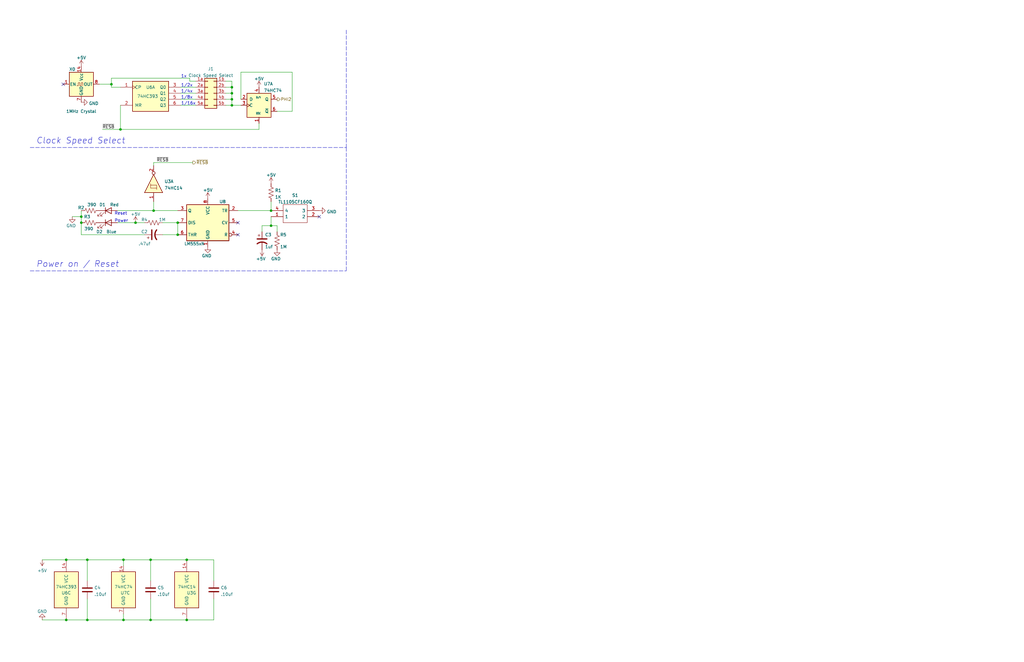
<source format=kicad_sch>
(kicad_sch (version 20211123) (generator eeschema)

  (uuid e0dbeb0d-c7fa-4d57-bc5d-40fc70bc9bd2)

  (paper "USLedger")

  (title_block
    (title "NEON Sunrise Clocks")
    (date "2022-02-09")
    (rev "0.0")
    (comment 2 "Licensed under CERN-OHL-W v2")
    (comment 3 "https://github.com/Chef-Tom/NS65816")
    (comment 4 "Thomas Mottl")
  )

  (lib_symbols
    (symbol "74xx:74HC74" (pin_names (offset 1.016)) (in_bom yes) (on_board yes)
      (property "Reference" "U" (id 0) (at -7.62 8.89 0)
        (effects (font (size 1.27 1.27)))
      )
      (property "Value" "74HC74" (id 1) (at -7.62 -8.89 0)
        (effects (font (size 1.27 1.27)))
      )
      (property "Footprint" "" (id 2) (at 0 0 0)
        (effects (font (size 1.27 1.27)) hide)
      )
      (property "Datasheet" "74xx/74hc_hct74.pdf" (id 3) (at 0 0 0)
        (effects (font (size 1.27 1.27)) hide)
      )
      (property "ki_locked" "" (id 4) (at 0 0 0)
        (effects (font (size 1.27 1.27)))
      )
      (property "ki_keywords" "TTL DFF" (id 5) (at 0 0 0)
        (effects (font (size 1.27 1.27)) hide)
      )
      (property "ki_description" "Dual D Flip-flop, Set & Reset" (id 6) (at 0 0 0)
        (effects (font (size 1.27 1.27)) hide)
      )
      (property "ki_fp_filters" "DIP*W7.62mm*" (id 7) (at 0 0 0)
        (effects (font (size 1.27 1.27)) hide)
      )
      (symbol "74HC74_1_0"
        (pin input line (at 0 -7.62 90) (length 2.54)
          (name "~{R}" (effects (font (size 1.27 1.27))))
          (number "1" (effects (font (size 1.27 1.27))))
        )
        (pin input line (at -7.62 2.54 0) (length 2.54)
          (name "D" (effects (font (size 1.27 1.27))))
          (number "2" (effects (font (size 1.27 1.27))))
        )
        (pin input clock (at -7.62 0 0) (length 2.54)
          (name "C" (effects (font (size 1.27 1.27))))
          (number "3" (effects (font (size 1.27 1.27))))
        )
        (pin input line (at 0 7.62 270) (length 2.54)
          (name "~{S}" (effects (font (size 1.27 1.27))))
          (number "4" (effects (font (size 1.27 1.27))))
        )
        (pin output line (at 7.62 2.54 180) (length 2.54)
          (name "Q" (effects (font (size 1.27 1.27))))
          (number "5" (effects (font (size 1.27 1.27))))
        )
        (pin output line (at 7.62 -2.54 180) (length 2.54)
          (name "~{Q}" (effects (font (size 1.27 1.27))))
          (number "6" (effects (font (size 1.27 1.27))))
        )
      )
      (symbol "74HC74_1_1"
        (rectangle (start -5.08 5.08) (end 5.08 -5.08)
          (stroke (width 0.254) (type default) (color 0 0 0 0))
          (fill (type background))
        )
      )
      (symbol "74HC74_2_0"
        (pin input line (at 0 7.62 270) (length 2.54)
          (name "~{S}" (effects (font (size 1.27 1.27))))
          (number "10" (effects (font (size 1.27 1.27))))
        )
        (pin input clock (at -7.62 0 0) (length 2.54)
          (name "C" (effects (font (size 1.27 1.27))))
          (number "11" (effects (font (size 1.27 1.27))))
        )
        (pin input line (at -7.62 2.54 0) (length 2.54)
          (name "D" (effects (font (size 1.27 1.27))))
          (number "12" (effects (font (size 1.27 1.27))))
        )
        (pin input line (at 0 -7.62 90) (length 2.54)
          (name "~{R}" (effects (font (size 1.27 1.27))))
          (number "13" (effects (font (size 1.27 1.27))))
        )
        (pin output line (at 7.62 -2.54 180) (length 2.54)
          (name "~{Q}" (effects (font (size 1.27 1.27))))
          (number "8" (effects (font (size 1.27 1.27))))
        )
        (pin output line (at 7.62 2.54 180) (length 2.54)
          (name "Q" (effects (font (size 1.27 1.27))))
          (number "9" (effects (font (size 1.27 1.27))))
        )
      )
      (symbol "74HC74_2_1"
        (rectangle (start -5.08 5.08) (end 5.08 -5.08)
          (stroke (width 0.254) (type default) (color 0 0 0 0))
          (fill (type background))
        )
      )
      (symbol "74HC74_3_0"
        (pin power_in line (at 0 10.16 270) (length 2.54)
          (name "VCC" (effects (font (size 1.27 1.27))))
          (number "14" (effects (font (size 1.27 1.27))))
        )
        (pin power_in line (at 0 -10.16 90) (length 2.54)
          (name "GND" (effects (font (size 1.27 1.27))))
          (number "7" (effects (font (size 1.27 1.27))))
        )
      )
      (symbol "74HC74_3_1"
        (rectangle (start -5.08 7.62) (end 5.08 -7.62)
          (stroke (width 0.254) (type default) (color 0 0 0 0))
          (fill (type background))
        )
      )
    )
    (symbol "74xx:74LS14" (pin_names (offset 1.016)) (in_bom yes) (on_board yes)
      (property "Reference" "U" (id 0) (at 0 1.27 0)
        (effects (font (size 1.27 1.27)))
      )
      (property "Value" "74LS14" (id 1) (at 0 -1.27 0)
        (effects (font (size 1.27 1.27)))
      )
      (property "Footprint" "" (id 2) (at 0 0 0)
        (effects (font (size 1.27 1.27)) hide)
      )
      (property "Datasheet" "http://www.ti.com/lit/gpn/sn74LS14" (id 3) (at 0 0 0)
        (effects (font (size 1.27 1.27)) hide)
      )
      (property "ki_locked" "" (id 4) (at 0 0 0)
        (effects (font (size 1.27 1.27)))
      )
      (property "ki_keywords" "TTL not inverter" (id 5) (at 0 0 0)
        (effects (font (size 1.27 1.27)) hide)
      )
      (property "ki_description" "Hex inverter schmitt trigger" (id 6) (at 0 0 0)
        (effects (font (size 1.27 1.27)) hide)
      )
      (property "ki_fp_filters" "DIP*W7.62mm*" (id 7) (at 0 0 0)
        (effects (font (size 1.27 1.27)) hide)
      )
      (symbol "74LS14_1_0"
        (polyline
          (pts
            (xy -3.81 3.81)
            (xy -3.81 -3.81)
            (xy 3.81 0)
            (xy -3.81 3.81)
          )
          (stroke (width 0.254) (type default) (color 0 0 0 0))
          (fill (type background))
        )
        (pin input line (at -7.62 0 0) (length 3.81)
          (name "~" (effects (font (size 1.27 1.27))))
          (number "1" (effects (font (size 1.27 1.27))))
        )
        (pin output inverted (at 7.62 0 180) (length 3.81)
          (name "~" (effects (font (size 1.27 1.27))))
          (number "2" (effects (font (size 1.27 1.27))))
        )
      )
      (symbol "74LS14_1_1"
        (polyline
          (pts
            (xy -1.905 -1.27)
            (xy -1.905 1.27)
            (xy -0.635 1.27)
          )
          (stroke (width 0) (type default) (color 0 0 0 0))
          (fill (type none))
        )
        (polyline
          (pts
            (xy -2.54 -1.27)
            (xy -0.635 -1.27)
            (xy -0.635 1.27)
            (xy 0 1.27)
          )
          (stroke (width 0) (type default) (color 0 0 0 0))
          (fill (type none))
        )
      )
      (symbol "74LS14_2_0"
        (polyline
          (pts
            (xy -3.81 3.81)
            (xy -3.81 -3.81)
            (xy 3.81 0)
            (xy -3.81 3.81)
          )
          (stroke (width 0.254) (type default) (color 0 0 0 0))
          (fill (type background))
        )
        (pin input line (at -7.62 0 0) (length 3.81)
          (name "~" (effects (font (size 1.27 1.27))))
          (number "3" (effects (font (size 1.27 1.27))))
        )
        (pin output inverted (at 7.62 0 180) (length 3.81)
          (name "~" (effects (font (size 1.27 1.27))))
          (number "4" (effects (font (size 1.27 1.27))))
        )
      )
      (symbol "74LS14_2_1"
        (polyline
          (pts
            (xy -1.905 -1.27)
            (xy -1.905 1.27)
            (xy -0.635 1.27)
          )
          (stroke (width 0) (type default) (color 0 0 0 0))
          (fill (type none))
        )
        (polyline
          (pts
            (xy -2.54 -1.27)
            (xy -0.635 -1.27)
            (xy -0.635 1.27)
            (xy 0 1.27)
          )
          (stroke (width 0) (type default) (color 0 0 0 0))
          (fill (type none))
        )
      )
      (symbol "74LS14_3_0"
        (polyline
          (pts
            (xy -3.81 3.81)
            (xy -3.81 -3.81)
            (xy 3.81 0)
            (xy -3.81 3.81)
          )
          (stroke (width 0.254) (type default) (color 0 0 0 0))
          (fill (type background))
        )
        (pin input line (at -7.62 0 0) (length 3.81)
          (name "~" (effects (font (size 1.27 1.27))))
          (number "5" (effects (font (size 1.27 1.27))))
        )
        (pin output inverted (at 7.62 0 180) (length 3.81)
          (name "~" (effects (font (size 1.27 1.27))))
          (number "6" (effects (font (size 1.27 1.27))))
        )
      )
      (symbol "74LS14_3_1"
        (polyline
          (pts
            (xy -1.905 -1.27)
            (xy -1.905 1.27)
            (xy -0.635 1.27)
          )
          (stroke (width 0) (type default) (color 0 0 0 0))
          (fill (type none))
        )
        (polyline
          (pts
            (xy -2.54 -1.27)
            (xy -0.635 -1.27)
            (xy -0.635 1.27)
            (xy 0 1.27)
          )
          (stroke (width 0) (type default) (color 0 0 0 0))
          (fill (type none))
        )
      )
      (symbol "74LS14_4_0"
        (polyline
          (pts
            (xy -3.81 3.81)
            (xy -3.81 -3.81)
            (xy 3.81 0)
            (xy -3.81 3.81)
          )
          (stroke (width 0.254) (type default) (color 0 0 0 0))
          (fill (type background))
        )
        (pin output inverted (at 7.62 0 180) (length 3.81)
          (name "~" (effects (font (size 1.27 1.27))))
          (number "8" (effects (font (size 1.27 1.27))))
        )
        (pin input line (at -7.62 0 0) (length 3.81)
          (name "~" (effects (font (size 1.27 1.27))))
          (number "9" (effects (font (size 1.27 1.27))))
        )
      )
      (symbol "74LS14_4_1"
        (polyline
          (pts
            (xy -1.905 -1.27)
            (xy -1.905 1.27)
            (xy -0.635 1.27)
          )
          (stroke (width 0) (type default) (color 0 0 0 0))
          (fill (type none))
        )
        (polyline
          (pts
            (xy -2.54 -1.27)
            (xy -0.635 -1.27)
            (xy -0.635 1.27)
            (xy 0 1.27)
          )
          (stroke (width 0) (type default) (color 0 0 0 0))
          (fill (type none))
        )
      )
      (symbol "74LS14_5_0"
        (polyline
          (pts
            (xy -3.81 3.81)
            (xy -3.81 -3.81)
            (xy 3.81 0)
            (xy -3.81 3.81)
          )
          (stroke (width 0.254) (type default) (color 0 0 0 0))
          (fill (type background))
        )
        (pin output inverted (at 7.62 0 180) (length 3.81)
          (name "~" (effects (font (size 1.27 1.27))))
          (number "10" (effects (font (size 1.27 1.27))))
        )
        (pin input line (at -7.62 0 0) (length 3.81)
          (name "~" (effects (font (size 1.27 1.27))))
          (number "11" (effects (font (size 1.27 1.27))))
        )
      )
      (symbol "74LS14_5_1"
        (polyline
          (pts
            (xy -1.905 -1.27)
            (xy -1.905 1.27)
            (xy -0.635 1.27)
          )
          (stroke (width 0) (type default) (color 0 0 0 0))
          (fill (type none))
        )
        (polyline
          (pts
            (xy -2.54 -1.27)
            (xy -0.635 -1.27)
            (xy -0.635 1.27)
            (xy 0 1.27)
          )
          (stroke (width 0) (type default) (color 0 0 0 0))
          (fill (type none))
        )
      )
      (symbol "74LS14_6_0"
        (polyline
          (pts
            (xy -3.81 3.81)
            (xy -3.81 -3.81)
            (xy 3.81 0)
            (xy -3.81 3.81)
          )
          (stroke (width 0.254) (type default) (color 0 0 0 0))
          (fill (type background))
        )
        (pin output inverted (at 7.62 0 180) (length 3.81)
          (name "~" (effects (font (size 1.27 1.27))))
          (number "12" (effects (font (size 1.27 1.27))))
        )
        (pin input line (at -7.62 0 0) (length 3.81)
          (name "~" (effects (font (size 1.27 1.27))))
          (number "13" (effects (font (size 1.27 1.27))))
        )
      )
      (symbol "74LS14_6_1"
        (polyline
          (pts
            (xy -1.905 -1.27)
            (xy -1.905 1.27)
            (xy -0.635 1.27)
          )
          (stroke (width 0) (type default) (color 0 0 0 0))
          (fill (type none))
        )
        (polyline
          (pts
            (xy -2.54 -1.27)
            (xy -0.635 -1.27)
            (xy -0.635 1.27)
            (xy 0 1.27)
          )
          (stroke (width 0) (type default) (color 0 0 0 0))
          (fill (type none))
        )
      )
      (symbol "74LS14_7_0"
        (pin power_in line (at 0 12.7 270) (length 5.08)
          (name "VCC" (effects (font (size 1.27 1.27))))
          (number "14" (effects (font (size 1.27 1.27))))
        )
        (pin power_in line (at 0 -12.7 90) (length 5.08)
          (name "GND" (effects (font (size 1.27 1.27))))
          (number "7" (effects (font (size 1.27 1.27))))
        )
      )
      (symbol "74LS14_7_1"
        (rectangle (start -5.08 7.62) (end 5.08 -7.62)
          (stroke (width 0.254) (type default) (color 0 0 0 0))
          (fill (type background))
        )
      )
    )
    (symbol "74xx:74LS393" (pin_names (offset 1.016)) (in_bom yes) (on_board yes)
      (property "Reference" "U" (id 0) (at -7.62 8.89 0)
        (effects (font (size 1.27 1.27)))
      )
      (property "Value" "74LS393" (id 1) (at -7.62 -8.89 0)
        (effects (font (size 1.27 1.27)))
      )
      (property "Footprint" "" (id 2) (at 0 0 0)
        (effects (font (size 1.27 1.27)) hide)
      )
      (property "Datasheet" "74xx\\74LS393.pdf" (id 3) (at 0 0 0)
        (effects (font (size 1.27 1.27)) hide)
      )
      (property "ki_locked" "" (id 4) (at 0 0 0)
        (effects (font (size 1.27 1.27)))
      )
      (property "ki_keywords" "TTL CNT CNT4" (id 5) (at 0 0 0)
        (effects (font (size 1.27 1.27)) hide)
      )
      (property "ki_description" "Dual BCD 4-bit counter" (id 6) (at 0 0 0)
        (effects (font (size 1.27 1.27)) hide)
      )
      (property "ki_fp_filters" "DIP*W7.62mm*" (id 7) (at 0 0 0)
        (effects (font (size 1.27 1.27)) hide)
      )
      (symbol "74LS393_1_0"
        (pin input clock (at -12.7 2.54 0) (length 5.08)
          (name "CP" (effects (font (size 1.27 1.27))))
          (number "1" (effects (font (size 1.27 1.27))))
        )
        (pin input line (at -12.7 -5.08 0) (length 5.08)
          (name "MR" (effects (font (size 1.27 1.27))))
          (number "2" (effects (font (size 1.27 1.27))))
        )
        (pin output line (at 12.7 2.54 180) (length 5.08)
          (name "Q0" (effects (font (size 1.27 1.27))))
          (number "3" (effects (font (size 1.27 1.27))))
        )
        (pin output line (at 12.7 0 180) (length 5.08)
          (name "Q1" (effects (font (size 1.27 1.27))))
          (number "4" (effects (font (size 1.27 1.27))))
        )
        (pin output line (at 12.7 -2.54 180) (length 5.08)
          (name "Q2" (effects (font (size 1.27 1.27))))
          (number "5" (effects (font (size 1.27 1.27))))
        )
        (pin output line (at 12.7 -5.08 180) (length 5.08)
          (name "Q3" (effects (font (size 1.27 1.27))))
          (number "6" (effects (font (size 1.27 1.27))))
        )
      )
      (symbol "74LS393_1_1"
        (rectangle (start -7.62 5.08) (end 7.62 -7.62)
          (stroke (width 0.254) (type default) (color 0 0 0 0))
          (fill (type background))
        )
      )
      (symbol "74LS393_2_0"
        (pin output line (at 12.7 0 180) (length 5.08)
          (name "Q1" (effects (font (size 1.27 1.27))))
          (number "10" (effects (font (size 1.27 1.27))))
        )
        (pin output line (at 12.7 2.54 180) (length 5.08)
          (name "Q0" (effects (font (size 1.27 1.27))))
          (number "11" (effects (font (size 1.27 1.27))))
        )
        (pin input line (at -12.7 -5.08 0) (length 5.08)
          (name "MR" (effects (font (size 1.27 1.27))))
          (number "12" (effects (font (size 1.27 1.27))))
        )
        (pin input clock (at -12.7 2.54 0) (length 5.08)
          (name "CP" (effects (font (size 1.27 1.27))))
          (number "13" (effects (font (size 1.27 1.27))))
        )
        (pin output line (at 12.7 -5.08 180) (length 5.08)
          (name "Q3" (effects (font (size 1.27 1.27))))
          (number "8" (effects (font (size 1.27 1.27))))
        )
        (pin output line (at 12.7 -2.54 180) (length 5.08)
          (name "Q2" (effects (font (size 1.27 1.27))))
          (number "9" (effects (font (size 1.27 1.27))))
        )
      )
      (symbol "74LS393_2_1"
        (rectangle (start -7.62 5.08) (end 7.62 -7.62)
          (stroke (width 0.254) (type default) (color 0 0 0 0))
          (fill (type background))
        )
      )
      (symbol "74LS393_3_0"
        (pin power_in line (at 0 12.7 270) (length 5.08)
          (name "VCC" (effects (font (size 1.27 1.27))))
          (number "14" (effects (font (size 1.27 1.27))))
        )
        (pin power_in line (at 0 -12.7 90) (length 5.08)
          (name "GND" (effects (font (size 1.27 1.27))))
          (number "7" (effects (font (size 1.27 1.27))))
        )
      )
      (symbol "74LS393_3_1"
        (rectangle (start -5.08 7.62) (end 5.08 -7.62)
          (stroke (width 0.254) (type default) (color 0 0 0 0))
          (fill (type background))
        )
      )
    )
    (symbol "Connector_Generic:Conn_02x05_Row_Letter_Last" (pin_names (offset 1.016) hide) (in_bom yes) (on_board yes)
      (property "Reference" "J" (id 0) (at 1.27 7.62 0)
        (effects (font (size 1.27 1.27)))
      )
      (property "Value" "Conn_02x05_Row_Letter_Last" (id 1) (at 1.27 -7.62 0)
        (effects (font (size 1.27 1.27)))
      )
      (property "Footprint" "" (id 2) (at 0 0 0)
        (effects (font (size 1.27 1.27)) hide)
      )
      (property "Datasheet" "~" (id 3) (at 0 0 0)
        (effects (font (size 1.27 1.27)) hide)
      )
      (property "ki_keywords" "connector" (id 4) (at 0 0 0)
        (effects (font (size 1.27 1.27)) hide)
      )
      (property "ki_description" "Generic connector, double row, 02x05, row letter last pin numbering scheme (pin number consists of a letter for the row and a number for the pin index in this row. 1a, ..., Na; 1b, ..., Nb)), script generated (kicad-library-utils/schlib/autogen/connector/)" (id 5) (at 0 0 0)
        (effects (font (size 1.27 1.27)) hide)
      )
      (property "ki_fp_filters" "Connector*:*_2x??_*" (id 6) (at 0 0 0)
        (effects (font (size 1.27 1.27)) hide)
      )
      (symbol "Conn_02x05_Row_Letter_Last_1_1"
        (rectangle (start -1.27 -4.953) (end 0 -5.207)
          (stroke (width 0.1524) (type default) (color 0 0 0 0))
          (fill (type none))
        )
        (rectangle (start -1.27 -2.413) (end 0 -2.667)
          (stroke (width 0.1524) (type default) (color 0 0 0 0))
          (fill (type none))
        )
        (rectangle (start -1.27 0.127) (end 0 -0.127)
          (stroke (width 0.1524) (type default) (color 0 0 0 0))
          (fill (type none))
        )
        (rectangle (start -1.27 2.667) (end 0 2.413)
          (stroke (width 0.1524) (type default) (color 0 0 0 0))
          (fill (type none))
        )
        (rectangle (start -1.27 5.207) (end 0 4.953)
          (stroke (width 0.1524) (type default) (color 0 0 0 0))
          (fill (type none))
        )
        (rectangle (start -1.27 6.35) (end 3.81 -6.35)
          (stroke (width 0.254) (type default) (color 0 0 0 0))
          (fill (type background))
        )
        (rectangle (start 3.81 -4.953) (end 2.54 -5.207)
          (stroke (width 0.1524) (type default) (color 0 0 0 0))
          (fill (type none))
        )
        (rectangle (start 3.81 -2.413) (end 2.54 -2.667)
          (stroke (width 0.1524) (type default) (color 0 0 0 0))
          (fill (type none))
        )
        (rectangle (start 3.81 0.127) (end 2.54 -0.127)
          (stroke (width 0.1524) (type default) (color 0 0 0 0))
          (fill (type none))
        )
        (rectangle (start 3.81 2.667) (end 2.54 2.413)
          (stroke (width 0.1524) (type default) (color 0 0 0 0))
          (fill (type none))
        )
        (rectangle (start 3.81 5.207) (end 2.54 4.953)
          (stroke (width 0.1524) (type default) (color 0 0 0 0))
          (fill (type none))
        )
        (pin passive line (at -5.08 5.08 0) (length 3.81)
          (name "Pin_1a" (effects (font (size 1.27 1.27))))
          (number "1a" (effects (font (size 1.27 1.27))))
        )
        (pin passive line (at 7.62 5.08 180) (length 3.81)
          (name "Pin_1b" (effects (font (size 1.27 1.27))))
          (number "1b" (effects (font (size 1.27 1.27))))
        )
        (pin passive line (at -5.08 2.54 0) (length 3.81)
          (name "Pin_2a" (effects (font (size 1.27 1.27))))
          (number "2a" (effects (font (size 1.27 1.27))))
        )
        (pin passive line (at 7.62 2.54 180) (length 3.81)
          (name "Pin_2b" (effects (font (size 1.27 1.27))))
          (number "2b" (effects (font (size 1.27 1.27))))
        )
        (pin passive line (at -5.08 0 0) (length 3.81)
          (name "Pin_3a" (effects (font (size 1.27 1.27))))
          (number "3a" (effects (font (size 1.27 1.27))))
        )
        (pin passive line (at 7.62 0 180) (length 3.81)
          (name "Pin_3b" (effects (font (size 1.27 1.27))))
          (number "3b" (effects (font (size 1.27 1.27))))
        )
        (pin passive line (at -5.08 -2.54 0) (length 3.81)
          (name "Pin_4a" (effects (font (size 1.27 1.27))))
          (number "4a" (effects (font (size 1.27 1.27))))
        )
        (pin passive line (at 7.62 -2.54 180) (length 3.81)
          (name "Pin_4b" (effects (font (size 1.27 1.27))))
          (number "4b" (effects (font (size 1.27 1.27))))
        )
        (pin passive line (at -5.08 -5.08 0) (length 3.81)
          (name "Pin_5a" (effects (font (size 1.27 1.27))))
          (number "5a" (effects (font (size 1.27 1.27))))
        )
        (pin passive line (at 7.62 -5.08 180) (length 3.81)
          (name "Pin_5b" (effects (font (size 1.27 1.27))))
          (number "5b" (effects (font (size 1.27 1.27))))
        )
      )
    )
    (symbol "Device:C" (pin_numbers hide) (pin_names (offset 0.254)) (in_bom yes) (on_board yes)
      (property "Reference" "C" (id 0) (at 0.635 2.54 0)
        (effects (font (size 1.27 1.27)) (justify left))
      )
      (property "Value" "C" (id 1) (at 0.635 -2.54 0)
        (effects (font (size 1.27 1.27)) (justify left))
      )
      (property "Footprint" "" (id 2) (at 0.9652 -3.81 0)
        (effects (font (size 1.27 1.27)) hide)
      )
      (property "Datasheet" "~" (id 3) (at 0 0 0)
        (effects (font (size 1.27 1.27)) hide)
      )
      (property "ki_keywords" "cap capacitor" (id 4) (at 0 0 0)
        (effects (font (size 1.27 1.27)) hide)
      )
      (property "ki_description" "Unpolarized capacitor" (id 5) (at 0 0 0)
        (effects (font (size 1.27 1.27)) hide)
      )
      (property "ki_fp_filters" "C_*" (id 6) (at 0 0 0)
        (effects (font (size 1.27 1.27)) hide)
      )
      (symbol "C_0_1"
        (polyline
          (pts
            (xy -2.032 -0.762)
            (xy 2.032 -0.762)
          )
          (stroke (width 0.508) (type default) (color 0 0 0 0))
          (fill (type none))
        )
        (polyline
          (pts
            (xy -2.032 0.762)
            (xy 2.032 0.762)
          )
          (stroke (width 0.508) (type default) (color 0 0 0 0))
          (fill (type none))
        )
      )
      (symbol "C_1_1"
        (pin passive line (at 0 3.81 270) (length 2.794)
          (name "~" (effects (font (size 1.27 1.27))))
          (number "1" (effects (font (size 1.27 1.27))))
        )
        (pin passive line (at 0 -3.81 90) (length 2.794)
          (name "~" (effects (font (size 1.27 1.27))))
          (number "2" (effects (font (size 1.27 1.27))))
        )
      )
    )
    (symbol "Device:C_Polarized_US" (pin_numbers hide) (pin_names (offset 0.254) hide) (in_bom yes) (on_board yes)
      (property "Reference" "C" (id 0) (at 0.635 2.54 0)
        (effects (font (size 1.27 1.27)) (justify left))
      )
      (property "Value" "C_Polarized_US" (id 1) (at 0.635 -2.54 0)
        (effects (font (size 1.27 1.27)) (justify left))
      )
      (property "Footprint" "" (id 2) (at 0 0 0)
        (effects (font (size 1.27 1.27)) hide)
      )
      (property "Datasheet" "~" (id 3) (at 0 0 0)
        (effects (font (size 1.27 1.27)) hide)
      )
      (property "ki_keywords" "cap capacitor" (id 4) (at 0 0 0)
        (effects (font (size 1.27 1.27)) hide)
      )
      (property "ki_description" "Polarized capacitor, US symbol" (id 5) (at 0 0 0)
        (effects (font (size 1.27 1.27)) hide)
      )
      (property "ki_fp_filters" "CP_*" (id 6) (at 0 0 0)
        (effects (font (size 1.27 1.27)) hide)
      )
      (symbol "C_Polarized_US_0_1"
        (polyline
          (pts
            (xy -2.032 0.762)
            (xy 2.032 0.762)
          )
          (stroke (width 0.508) (type default) (color 0 0 0 0))
          (fill (type none))
        )
        (polyline
          (pts
            (xy -1.778 2.286)
            (xy -0.762 2.286)
          )
          (stroke (width 0) (type default) (color 0 0 0 0))
          (fill (type none))
        )
        (polyline
          (pts
            (xy -1.27 1.778)
            (xy -1.27 2.794)
          )
          (stroke (width 0) (type default) (color 0 0 0 0))
          (fill (type none))
        )
        (arc (start 2.032 -1.27) (mid 0 -0.5572) (end -2.032 -1.27)
          (stroke (width 0.508) (type default) (color 0 0 0 0))
          (fill (type none))
        )
      )
      (symbol "C_Polarized_US_1_1"
        (pin passive line (at 0 3.81 270) (length 2.794)
          (name "~" (effects (font (size 1.27 1.27))))
          (number "1" (effects (font (size 1.27 1.27))))
        )
        (pin passive line (at 0 -3.81 90) (length 3.302)
          (name "~" (effects (font (size 1.27 1.27))))
          (number "2" (effects (font (size 1.27 1.27))))
        )
      )
    )
    (symbol "Device:LED" (pin_numbers hide) (pin_names (offset 1.016) hide) (in_bom yes) (on_board yes)
      (property "Reference" "D" (id 0) (at 0 2.54 0)
        (effects (font (size 1.27 1.27)))
      )
      (property "Value" "LED" (id 1) (at 0 -2.54 0)
        (effects (font (size 1.27 1.27)))
      )
      (property "Footprint" "" (id 2) (at 0 0 0)
        (effects (font (size 1.27 1.27)) hide)
      )
      (property "Datasheet" "~" (id 3) (at 0 0 0)
        (effects (font (size 1.27 1.27)) hide)
      )
      (property "ki_keywords" "LED diode" (id 4) (at 0 0 0)
        (effects (font (size 1.27 1.27)) hide)
      )
      (property "ki_description" "Light emitting diode" (id 5) (at 0 0 0)
        (effects (font (size 1.27 1.27)) hide)
      )
      (property "ki_fp_filters" "LED* LED_SMD:* LED_THT:*" (id 6) (at 0 0 0)
        (effects (font (size 1.27 1.27)) hide)
      )
      (symbol "LED_0_1"
        (polyline
          (pts
            (xy -1.27 -1.27)
            (xy -1.27 1.27)
          )
          (stroke (width 0.254) (type default) (color 0 0 0 0))
          (fill (type none))
        )
        (polyline
          (pts
            (xy -1.27 0)
            (xy 1.27 0)
          )
          (stroke (width 0) (type default) (color 0 0 0 0))
          (fill (type none))
        )
        (polyline
          (pts
            (xy 1.27 -1.27)
            (xy 1.27 1.27)
            (xy -1.27 0)
            (xy 1.27 -1.27)
          )
          (stroke (width 0.254) (type default) (color 0 0 0 0))
          (fill (type none))
        )
        (polyline
          (pts
            (xy -3.048 -0.762)
            (xy -4.572 -2.286)
            (xy -3.81 -2.286)
            (xy -4.572 -2.286)
            (xy -4.572 -1.524)
          )
          (stroke (width 0) (type default) (color 0 0 0 0))
          (fill (type none))
        )
        (polyline
          (pts
            (xy -1.778 -0.762)
            (xy -3.302 -2.286)
            (xy -2.54 -2.286)
            (xy -3.302 -2.286)
            (xy -3.302 -1.524)
          )
          (stroke (width 0) (type default) (color 0 0 0 0))
          (fill (type none))
        )
      )
      (symbol "LED_1_1"
        (pin passive line (at -3.81 0 0) (length 2.54)
          (name "K" (effects (font (size 1.27 1.27))))
          (number "1" (effects (font (size 1.27 1.27))))
        )
        (pin passive line (at 3.81 0 180) (length 2.54)
          (name "A" (effects (font (size 1.27 1.27))))
          (number "2" (effects (font (size 1.27 1.27))))
        )
      )
    )
    (symbol "Device:R_US" (pin_numbers hide) (pin_names (offset 0)) (in_bom yes) (on_board yes)
      (property "Reference" "R" (id 0) (at 2.54 0 90)
        (effects (font (size 1.27 1.27)))
      )
      (property "Value" "R_US" (id 1) (at -2.54 0 90)
        (effects (font (size 1.27 1.27)))
      )
      (property "Footprint" "" (id 2) (at 1.016 -0.254 90)
        (effects (font (size 1.27 1.27)) hide)
      )
      (property "Datasheet" "~" (id 3) (at 0 0 0)
        (effects (font (size 1.27 1.27)) hide)
      )
      (property "ki_keywords" "R res resistor" (id 4) (at 0 0 0)
        (effects (font (size 1.27 1.27)) hide)
      )
      (property "ki_description" "Resistor, US symbol" (id 5) (at 0 0 0)
        (effects (font (size 1.27 1.27)) hide)
      )
      (property "ki_fp_filters" "R_*" (id 6) (at 0 0 0)
        (effects (font (size 1.27 1.27)) hide)
      )
      (symbol "R_US_0_1"
        (polyline
          (pts
            (xy 0 -2.286)
            (xy 0 -2.54)
          )
          (stroke (width 0) (type default) (color 0 0 0 0))
          (fill (type none))
        )
        (polyline
          (pts
            (xy 0 2.286)
            (xy 0 2.54)
          )
          (stroke (width 0) (type default) (color 0 0 0 0))
          (fill (type none))
        )
        (polyline
          (pts
            (xy 0 -0.762)
            (xy 1.016 -1.143)
            (xy 0 -1.524)
            (xy -1.016 -1.905)
            (xy 0 -2.286)
          )
          (stroke (width 0) (type default) (color 0 0 0 0))
          (fill (type none))
        )
        (polyline
          (pts
            (xy 0 0.762)
            (xy 1.016 0.381)
            (xy 0 0)
            (xy -1.016 -0.381)
            (xy 0 -0.762)
          )
          (stroke (width 0) (type default) (color 0 0 0 0))
          (fill (type none))
        )
        (polyline
          (pts
            (xy 0 2.286)
            (xy 1.016 1.905)
            (xy 0 1.524)
            (xy -1.016 1.143)
            (xy 0 0.762)
          )
          (stroke (width 0) (type default) (color 0 0 0 0))
          (fill (type none))
        )
      )
      (symbol "R_US_1_1"
        (pin passive line (at 0 3.81 270) (length 1.27)
          (name "~" (effects (font (size 1.27 1.27))))
          (number "1" (effects (font (size 1.27 1.27))))
        )
        (pin passive line (at 0 -3.81 90) (length 1.27)
          (name "~" (effects (font (size 1.27 1.27))))
          (number "2" (effects (font (size 1.27 1.27))))
        )
      )
    )
    (symbol "Oscillator:CXO_DIP14" (pin_names (offset 0.254)) (in_bom yes) (on_board yes)
      (property "Reference" "X" (id 0) (at -5.08 6.35 0)
        (effects (font (size 1.27 1.27)) (justify left))
      )
      (property "Value" "CXO_DIP14" (id 1) (at 1.27 -6.35 0)
        (effects (font (size 1.27 1.27)) (justify left))
      )
      (property "Footprint" "Oscillator:Oscillator_DIP-14" (id 2) (at 11.43 -8.89 0)
        (effects (font (size 1.27 1.27)) hide)
      )
      (property "Datasheet" "http://cdn-reichelt.de/documents/datenblatt/B400/OSZI.pdf" (id 3) (at -2.54 0 0)
        (effects (font (size 1.27 1.27)) hide)
      )
      (property "ki_keywords" "Crystal Clock Oscillator" (id 4) (at 0 0 0)
        (effects (font (size 1.27 1.27)) hide)
      )
      (property "ki_description" "Crystal Clock Oscillator, DIP14-style metal package" (id 5) (at 0 0 0)
        (effects (font (size 1.27 1.27)) hide)
      )
      (property "ki_fp_filters" "Oscillator*DIP*14*" (id 6) (at 0 0 0)
        (effects (font (size 1.27 1.27)) hide)
      )
      (symbol "CXO_DIP14_0_1"
        (rectangle (start -5.08 5.08) (end 5.08 -5.08)
          (stroke (width 0.254) (type default) (color 0 0 0 0))
          (fill (type background))
        )
        (polyline
          (pts
            (xy -1.905 -0.635)
            (xy -1.27 -0.635)
            (xy -1.27 0.635)
            (xy -0.635 0.635)
            (xy -0.635 -0.635)
            (xy 0 -0.635)
            (xy 0 0.635)
            (xy 0.635 0.635)
            (xy 0.635 -0.635)
          )
          (stroke (width 0) (type default) (color 0 0 0 0))
          (fill (type none))
        )
      )
      (symbol "CXO_DIP14_1_1"
        (pin input line (at -7.62 0 0) (length 2.54)
          (name "EN" (effects (font (size 1.27 1.27))))
          (number "1" (effects (font (size 1.27 1.27))))
        )
        (pin power_in line (at 0 7.62 270) (length 2.54)
          (name "Vcc" (effects (font (size 1.27 1.27))))
          (number "14" (effects (font (size 1.27 1.27))))
        )
        (pin power_in line (at 0 -7.62 90) (length 2.54)
          (name "GND" (effects (font (size 1.27 1.27))))
          (number "7" (effects (font (size 1.27 1.27))))
        )
        (pin output line (at 7.62 0 180) (length 2.54)
          (name "OUT" (effects (font (size 1.27 1.27))))
          (number "8" (effects (font (size 1.27 1.27))))
        )
      )
    )
    (symbol "SamacSys_Parts:TL1105CF160Q" (pin_names (offset 0.762)) (in_bom yes) (on_board yes)
      (property "Reference" "S" (id 0) (at 16.51 7.62 0)
        (effects (font (size 1.27 1.27)) (justify left))
      )
      (property "Value" "TL1105CF160Q" (id 1) (at 16.51 5.08 0)
        (effects (font (size 1.27 1.27)) (justify left))
      )
      (property "Footprint" "TL1105CF160Q" (id 2) (at 16.51 2.54 0)
        (effects (font (size 1.27 1.27)) (justify left) hide)
      )
      (property "Datasheet" "https://componentsearchengine.com/Datasheets/1/TL1105CF160Q.pdf" (id 3) (at 16.51 0 0)
        (effects (font (size 1.27 1.27)) (justify left) hide)
      )
      (property "Description" "Tactile Switches 6X6X8MM 160GF" (id 4) (at 16.51 -2.54 0)
        (effects (font (size 1.27 1.27)) (justify left) hide)
      )
      (property "Height" "8" (id 5) (at 16.51 -5.08 0)
        (effects (font (size 1.27 1.27)) (justify left) hide)
      )
      (property "Manufacturer_Name" "E-Switch" (id 6) (at 16.51 -7.62 0)
        (effects (font (size 1.27 1.27)) (justify left) hide)
      )
      (property "Manufacturer_Part_Number" "TL1105CF160Q" (id 7) (at 16.51 -10.16 0)
        (effects (font (size 1.27 1.27)) (justify left) hide)
      )
      (property "Mouser Part Number" "612-TL1105C" (id 8) (at 16.51 -12.7 0)
        (effects (font (size 1.27 1.27)) (justify left) hide)
      )
      (property "Mouser Price/Stock" "https://www.mouser.co.uk/ProductDetail/E-Switch/TL1105CF160Q?qs=YXf4ACKMM4yAAz%252BbnhourA%3D%3D" (id 9) (at 16.51 -15.24 0)
        (effects (font (size 1.27 1.27)) (justify left) hide)
      )
      (property "Arrow Part Number" "" (id 10) (at 16.51 -17.78 0)
        (effects (font (size 1.27 1.27)) (justify left) hide)
      )
      (property "Arrow Price/Stock" "" (id 11) (at 16.51 -20.32 0)
        (effects (font (size 1.27 1.27)) (justify left) hide)
      )
      (property "ki_description" "Tactile Switches 6X6X8MM 160GF" (id 12) (at 0 0 0)
        (effects (font (size 1.27 1.27)) hide)
      )
      (symbol "TL1105CF160Q_0_0"
        (pin passive line (at 0 -2.54 0) (length 5.08)
          (name "1" (effects (font (size 1.27 1.27))))
          (number "1" (effects (font (size 1.27 1.27))))
        )
        (pin passive line (at 20.32 -2.54 180) (length 5.08)
          (name "2" (effects (font (size 1.27 1.27))))
          (number "2" (effects (font (size 1.27 1.27))))
        )
        (pin passive line (at 20.32 0 180) (length 5.08)
          (name "3" (effects (font (size 1.27 1.27))))
          (number "3" (effects (font (size 1.27 1.27))))
        )
        (pin passive line (at 0 0 0) (length 5.08)
          (name "4" (effects (font (size 1.27 1.27))))
          (number "4" (effects (font (size 1.27 1.27))))
        )
      )
      (symbol "TL1105CF160Q_0_1"
        (polyline
          (pts
            (xy 5.08 2.54)
            (xy 15.24 2.54)
            (xy 15.24 -5.08)
            (xy 5.08 -5.08)
            (xy 5.08 2.54)
          )
          (stroke (width 0.1524) (type default) (color 0 0 0 0))
          (fill (type none))
        )
      )
    )
    (symbol "Timer:LM555xN" (in_bom yes) (on_board yes)
      (property "Reference" "U" (id 0) (at -10.16 8.89 0)
        (effects (font (size 1.27 1.27)) (justify left))
      )
      (property "Value" "LM555xN" (id 1) (at 2.54 8.89 0)
        (effects (font (size 1.27 1.27)) (justify left))
      )
      (property "Footprint" "Package_DIP:DIP-8_W7.62mm" (id 2) (at 16.51 -10.16 0)
        (effects (font (size 1.27 1.27)) hide)
      )
      (property "Datasheet" "http://www.ti.com/lit/ds/symlink/lm555.pdf" (id 3) (at 21.59 -10.16 0)
        (effects (font (size 1.27 1.27)) hide)
      )
      (property "ki_keywords" "single timer 555" (id 4) (at 0 0 0)
        (effects (font (size 1.27 1.27)) hide)
      )
      (property "ki_description" "Timer, 555 compatible, PDIP-8" (id 5) (at 0 0 0)
        (effects (font (size 1.27 1.27)) hide)
      )
      (property "ki_fp_filters" "DIP*W7.62mm*" (id 6) (at 0 0 0)
        (effects (font (size 1.27 1.27)) hide)
      )
      (symbol "LM555xN_0_0"
        (pin power_in line (at 0 -10.16 90) (length 2.54)
          (name "GND" (effects (font (size 1.27 1.27))))
          (number "1" (effects (font (size 1.27 1.27))))
        )
        (pin power_in line (at 0 10.16 270) (length 2.54)
          (name "VCC" (effects (font (size 1.27 1.27))))
          (number "8" (effects (font (size 1.27 1.27))))
        )
      )
      (symbol "LM555xN_0_1"
        (rectangle (start -8.89 -7.62) (end 8.89 7.62)
          (stroke (width 0.254) (type default) (color 0 0 0 0))
          (fill (type background))
        )
        (rectangle (start -8.89 -7.62) (end 8.89 7.62)
          (stroke (width 0.254) (type default) (color 0 0 0 0))
          (fill (type background))
        )
      )
      (symbol "LM555xN_1_1"
        (pin input line (at -12.7 5.08 0) (length 3.81)
          (name "TR" (effects (font (size 1.27 1.27))))
          (number "2" (effects (font (size 1.27 1.27))))
        )
        (pin output line (at 12.7 5.08 180) (length 3.81)
          (name "Q" (effects (font (size 1.27 1.27))))
          (number "3" (effects (font (size 1.27 1.27))))
        )
        (pin input inverted (at -12.7 -5.08 0) (length 3.81)
          (name "R" (effects (font (size 1.27 1.27))))
          (number "4" (effects (font (size 1.27 1.27))))
        )
        (pin input line (at -12.7 0 0) (length 3.81)
          (name "CV" (effects (font (size 1.27 1.27))))
          (number "5" (effects (font (size 1.27 1.27))))
        )
        (pin input line (at 12.7 -5.08 180) (length 3.81)
          (name "THR" (effects (font (size 1.27 1.27))))
          (number "6" (effects (font (size 1.27 1.27))))
        )
        (pin input line (at 12.7 0 180) (length 3.81)
          (name "DIS" (effects (font (size 1.27 1.27))))
          (number "7" (effects (font (size 1.27 1.27))))
        )
      )
    )
    (symbol "power:+5V" (power) (pin_names (offset 0)) (in_bom yes) (on_board yes)
      (property "Reference" "#PWR" (id 0) (at 0 -3.81 0)
        (effects (font (size 1.27 1.27)) hide)
      )
      (property "Value" "+5V" (id 1) (at 0 3.556 0)
        (effects (font (size 1.27 1.27)))
      )
      (property "Footprint" "" (id 2) (at 0 0 0)
        (effects (font (size 1.27 1.27)) hide)
      )
      (property "Datasheet" "" (id 3) (at 0 0 0)
        (effects (font (size 1.27 1.27)) hide)
      )
      (property "ki_keywords" "power-flag" (id 4) (at 0 0 0)
        (effects (font (size 1.27 1.27)) hide)
      )
      (property "ki_description" "Power symbol creates a global label with name \"+5V\"" (id 5) (at 0 0 0)
        (effects (font (size 1.27 1.27)) hide)
      )
      (symbol "+5V_0_1"
        (polyline
          (pts
            (xy -0.762 1.27)
            (xy 0 2.54)
          )
          (stroke (width 0) (type default) (color 0 0 0 0))
          (fill (type none))
        )
        (polyline
          (pts
            (xy 0 0)
            (xy 0 2.54)
          )
          (stroke (width 0) (type default) (color 0 0 0 0))
          (fill (type none))
        )
        (polyline
          (pts
            (xy 0 2.54)
            (xy 0.762 1.27)
          )
          (stroke (width 0) (type default) (color 0 0 0 0))
          (fill (type none))
        )
      )
      (symbol "+5V_1_1"
        (pin power_in line (at 0 0 90) (length 0) hide
          (name "+5V" (effects (font (size 1.27 1.27))))
          (number "1" (effects (font (size 1.27 1.27))))
        )
      )
    )
    (symbol "power:GND" (power) (pin_names (offset 0)) (in_bom yes) (on_board yes)
      (property "Reference" "#PWR" (id 0) (at 0 -6.35 0)
        (effects (font (size 1.27 1.27)) hide)
      )
      (property "Value" "GND" (id 1) (at 0 -3.81 0)
        (effects (font (size 1.27 1.27)))
      )
      (property "Footprint" "" (id 2) (at 0 0 0)
        (effects (font (size 1.27 1.27)) hide)
      )
      (property "Datasheet" "" (id 3) (at 0 0 0)
        (effects (font (size 1.27 1.27)) hide)
      )
      (property "ki_keywords" "power-flag" (id 4) (at 0 0 0)
        (effects (font (size 1.27 1.27)) hide)
      )
      (property "ki_description" "Power symbol creates a global label with name \"GND\" , ground" (id 5) (at 0 0 0)
        (effects (font (size 1.27 1.27)) hide)
      )
      (symbol "GND_0_1"
        (polyline
          (pts
            (xy 0 0)
            (xy 0 -1.27)
            (xy 1.27 -1.27)
            (xy 0 -2.54)
            (xy -1.27 -1.27)
            (xy 0 -1.27)
          )
          (stroke (width 0) (type default) (color 0 0 0 0))
          (fill (type none))
        )
      )
      (symbol "GND_1_1"
        (pin power_in line (at 0 0 270) (length 0) hide
          (name "GND" (effects (font (size 1.27 1.27))))
          (number "1" (effects (font (size 1.27 1.27))))
        )
      )
    )
  )

  (junction (at 52.07 261.62) (diameter 0) (color 0 0 0 0)
    (uuid 090b8b68-298b-4e16-93eb-bd022b5637a3)
  )
  (junction (at 78.74 236.22) (diameter 0) (color 0 0 0 0)
    (uuid 107efdea-3f1f-45d9-8a1b-55911c36a144)
  )
  (junction (at 50.8 54.61) (diameter 0) (color 0 0 0 0)
    (uuid 1b81cfef-3238-4b69-bfc0-6ffaa30fabf7)
  )
  (junction (at 74.93 99.06) (diameter 0) (color 0 0 0 0)
    (uuid 2425ceb9-a2ab-4612-987f-9e8331513850)
  )
  (junction (at 97.79 36.83) (diameter 0) (color 0 0 0 0)
    (uuid 27dc7fe6-396e-489c-877e-e785c587a124)
  )
  (junction (at 52.07 236.22) (diameter 0) (color 0 0 0 0)
    (uuid 45d3b0b3-06c9-4701-a6db-4e6382864382)
  )
  (junction (at 74.93 93.98) (diameter 0) (color 0 0 0 0)
    (uuid 4e5d26ad-c953-42ff-965b-b80895796866)
  )
  (junction (at 78.74 261.62) (diameter 0) (color 0 0 0 0)
    (uuid 504453ff-b928-4d0b-8d10-f75643947363)
  )
  (junction (at 36.83 261.62) (diameter 0) (color 0 0 0 0)
    (uuid 64d449d7-97ed-4703-8fc3-cb70dac3483f)
  )
  (junction (at 97.79 39.37) (diameter 0) (color 0 0 0 0)
    (uuid 680d9c1e-ec76-4711-a11d-513c374e4e9a)
  )
  (junction (at 63.5 261.62) (diameter 0) (color 0 0 0 0)
    (uuid 69d3b363-a230-4dd2-be66-5d24dd95b3cf)
  )
  (junction (at 27.94 236.22) (diameter 0) (color 0 0 0 0)
    (uuid 6ffcdbac-373b-4223-ab21-447825e4a802)
  )
  (junction (at 97.79 41.91) (diameter 0) (color 0 0 0 0)
    (uuid 78c48e0e-e20a-4fa4-950e-434f2b02bf04)
  )
  (junction (at 63.5 236.22) (diameter 0) (color 0 0 0 0)
    (uuid 7b0e45f0-2efd-4b29-81b2-c4fb4a2c8a4a)
  )
  (junction (at 57.15 93.98) (diameter 0) (color 0 0 0 0)
    (uuid 7bdd8458-3f5b-4a3d-9676-8ff56446d03b)
  )
  (junction (at 64.77 88.9) (diameter 0) (color 0 0 0 0)
    (uuid 8174e7d3-f55a-427f-bd51-9eb16d88aa9b)
  )
  (junction (at 27.94 261.62) (diameter 0) (color 0 0 0 0)
    (uuid 832c555b-b5d7-4884-8610-7888c1dbe360)
  )
  (junction (at 36.83 236.22) (diameter 0) (color 0 0 0 0)
    (uuid 8e1787d0-7915-49ce-bc93-3493166e50e1)
  )
  (junction (at 34.29 91.44) (diameter 0) (color 0 0 0 0)
    (uuid a18d3404-6809-4add-9499-b5258470ce39)
  )
  (junction (at 46.99 35.56) (diameter 0) (color 0 0 0 0)
    (uuid a7b75322-62fe-473b-8ff9-6bd84ad8da28)
  )
  (junction (at 114.3 88.9) (diameter 0) (color 0 0 0 0)
    (uuid b1c23d84-7a1a-434b-ba8d-869a2f48e3d5)
  )
  (junction (at 97.79 44.45) (diameter 0) (color 0 0 0 0)
    (uuid ba30236d-3911-4ce2-a443-8d8e63372a37)
  )
  (junction (at 114.3 95.25) (diameter 0) (color 0 0 0 0)
    (uuid d856e049-781a-4d5a-9533-8b05d61c6343)
  )
  (junction (at 34.29 93.98) (diameter 0) (color 0 0 0 0)
    (uuid f5d31b27-35f0-433a-b8b7-ff896bf0d482)
  )

  (no_connect (at 26.67 35.56) (uuid 0dba27fe-e72e-4057-b55c-cc33f56cb136))
  (no_connect (at 100.33 99.06) (uuid d95e1c95-59ee-4730-b6d0-81a2091281f5))
  (no_connect (at 100.33 93.98) (uuid d95e1c95-59ee-4730-b6d0-81a2091281f6))
  (no_connect (at 134.62 91.44) (uuid e61bffb8-0f7e-49b6-b98b-20603536aef5))

  (wire (pts (xy 90.17 252.73) (xy 90.17 261.62))
    (stroke (width 0) (type default) (color 0 0 0 0))
    (uuid 0090937d-c055-4756-83a7-b1825a21da23)
  )
  (wire (pts (xy 123.19 46.99) (xy 123.19 30.48))
    (stroke (width 0) (type default) (color 0 0 0 0))
    (uuid 01327c72-0c5f-4562-949d-945bd544b1f2)
  )
  (wire (pts (xy 78.74 261.62) (xy 90.17 261.62))
    (stroke (width 0) (type default) (color 0 0 0 0))
    (uuid 022bde1a-1d84-4173-9189-6a6696396427)
  )
  (wire (pts (xy 52.07 236.22) (xy 63.5 236.22))
    (stroke (width 0) (type default) (color 0 0 0 0))
    (uuid 038ccc5c-1988-4055-a54e-f82463e7d6cf)
  )
  (wire (pts (xy 36.83 236.22) (xy 27.94 236.22))
    (stroke (width 0) (type default) (color 0 0 0 0))
    (uuid 04a1d5c2-6b85-479e-8dec-7abc0b751a73)
  )
  (wire (pts (xy 64.77 85.09) (xy 64.77 88.9))
    (stroke (width 0) (type default) (color 0 0 0 0))
    (uuid 0684cc36-3a0f-4cfc-8d63-ae6dab6ba232)
  )
  (wire (pts (xy 60.96 99.06) (xy 34.29 99.06))
    (stroke (width 0) (type default) (color 0 0 0 0))
    (uuid 0ac17041-8693-4168-9e2f-d89383a44d9b)
  )
  (wire (pts (xy 95.25 39.37) (xy 97.79 39.37))
    (stroke (width 0) (type default) (color 0 0 0 0))
    (uuid 0bf6bf40-8154-40d7-9cae-efad18ab6fd7)
  )
  (wire (pts (xy 63.5 252.73) (xy 63.5 261.62))
    (stroke (width 0) (type default) (color 0 0 0 0))
    (uuid 0d138c35-7790-4241-8c90-da12fa5ad2b4)
  )
  (polyline (pts (xy 12.7 62.23) (xy 146.05 62.23))
    (stroke (width 0) (type default) (color 0 0 0 0))
    (uuid 16e9741d-3823-44cb-b0f4-2ffe3c4de54e)
  )

  (wire (pts (xy 50.8 54.61) (xy 50.8 44.45))
    (stroke (width 0) (type default) (color 0 0 0 0))
    (uuid 1cc3b09d-aee3-4b31-b464-7777cdaa023c)
  )
  (wire (pts (xy 36.83 236.22) (xy 52.07 236.22))
    (stroke (width 0) (type default) (color 0 0 0 0))
    (uuid 24be702e-7558-4492-ae67-71932af12cf9)
  )
  (wire (pts (xy 116.84 95.25) (xy 116.84 97.79))
    (stroke (width 0) (type default) (color 0 0 0 0))
    (uuid 2947e83f-771b-4649-9654-140d76c38625)
  )
  (wire (pts (xy 74.93 93.98) (xy 74.93 99.06))
    (stroke (width 0) (type default) (color 0 0 0 0))
    (uuid 29498b56-fc2c-46c1-be89-cc632b4d5cf0)
  )
  (wire (pts (xy 34.29 88.9) (xy 34.29 91.44))
    (stroke (width 0) (type default) (color 0 0 0 0))
    (uuid 334d6558-d171-47fc-99cb-73a141e3beb0)
  )
  (wire (pts (xy 109.22 52.07) (xy 109.22 54.61))
    (stroke (width 0) (type default) (color 0 0 0 0))
    (uuid 385c3d23-3ea1-4a45-9149-92fff02f56bc)
  )
  (wire (pts (xy 101.6 30.48) (xy 101.6 41.91))
    (stroke (width 0) (type default) (color 0 0 0 0))
    (uuid 40bc0a5e-9b8a-4f54-a9fb-ffeb5411b30e)
  )
  (wire (pts (xy 76.2 44.45) (xy 82.55 44.45))
    (stroke (width 0) (type default) (color 0 0 0 0))
    (uuid 43827014-8d22-47b8-a39e-20382a26e003)
  )
  (wire (pts (xy 80.01 33.02) (xy 80.01 34.29))
    (stroke (width 0) (type default) (color 0 0 0 0))
    (uuid 443473dd-fe9e-4650-b1df-0bed9ef19838)
  )
  (wire (pts (xy 63.5 245.11) (xy 63.5 236.22))
    (stroke (width 0) (type default) (color 0 0 0 0))
    (uuid 448d13e0-aa4d-4151-aa3e-d5dc20a382ee)
  )
  (wire (pts (xy 46.99 35.56) (xy 46.99 36.83))
    (stroke (width 0) (type default) (color 0 0 0 0))
    (uuid 4b97a593-1be1-4bcd-9784-bfbff6ec52b2)
  )
  (wire (pts (xy 78.74 236.22) (xy 90.17 236.22))
    (stroke (width 0) (type default) (color 0 0 0 0))
    (uuid 4ed1f0ff-92a5-4282-95e9-80e1eb783789)
  )
  (wire (pts (xy 95.25 34.29) (xy 97.79 34.29))
    (stroke (width 0) (type default) (color 0 0 0 0))
    (uuid 4ef649d0-fdf2-4dd7-80ad-42aad71c1c62)
  )
  (wire (pts (xy 36.83 261.62) (xy 52.07 261.62))
    (stroke (width 0) (type default) (color 0 0 0 0))
    (uuid 5913b16b-f70e-4ed1-890b-86919edbe77f)
  )
  (wire (pts (xy 114.3 95.25) (xy 116.84 95.25))
    (stroke (width 0) (type default) (color 0 0 0 0))
    (uuid 5d0a2d4e-4362-4e24-9361-2e40e9b58bfd)
  )
  (wire (pts (xy 43.18 54.61) (xy 50.8 54.61))
    (stroke (width 0) (type default) (color 0 0 0 0))
    (uuid 5ff61025-869d-4349-860f-6083c426b550)
  )
  (wire (pts (xy 49.53 88.9) (xy 64.77 88.9))
    (stroke (width 0) (type default) (color 0 0 0 0))
    (uuid 625d4b4a-cac5-4a64-b269-fd160526c2ea)
  )
  (wire (pts (xy 97.79 39.37) (xy 97.79 41.91))
    (stroke (width 0) (type default) (color 0 0 0 0))
    (uuid 6e0127b3-98f6-4d88-bbf8-84b4939dedd8)
  )
  (wire (pts (xy 110.49 97.79) (xy 110.49 95.25))
    (stroke (width 0) (type default) (color 0 0 0 0))
    (uuid 72bc681a-be81-43e4-916e-aae851632382)
  )
  (wire (pts (xy 49.53 93.98) (xy 57.15 93.98))
    (stroke (width 0) (type default) (color 0 0 0 0))
    (uuid 79765d3e-b6ae-4fa6-b78b-8f1b51fbab74)
  )
  (wire (pts (xy 34.29 91.44) (xy 34.29 93.98))
    (stroke (width 0) (type default) (color 0 0 0 0))
    (uuid 79a68aee-ea18-4daf-b5ff-3db70bd9c12d)
  )
  (wire (pts (xy 36.83 252.73) (xy 36.83 261.62))
    (stroke (width 0) (type default) (color 0 0 0 0))
    (uuid 7ac3287b-ed65-487c-877c-27adba90343d)
  )
  (wire (pts (xy 114.3 85.09) (xy 114.3 88.9))
    (stroke (width 0) (type default) (color 0 0 0 0))
    (uuid 7f61a203-7d7e-47e8-8611-f3c6d7e21b1b)
  )
  (wire (pts (xy 97.79 36.83) (xy 97.79 39.37))
    (stroke (width 0) (type default) (color 0 0 0 0))
    (uuid 86d507d3-01ee-400e-a518-c9f1e9cad944)
  )
  (wire (pts (xy 123.19 30.48) (xy 101.6 30.48))
    (stroke (width 0) (type default) (color 0 0 0 0))
    (uuid 8703911a-90d4-4eba-813f-f6e93c58431e)
  )
  (wire (pts (xy 46.99 36.83) (xy 50.8 36.83))
    (stroke (width 0) (type default) (color 0 0 0 0))
    (uuid 884fe702-90d8-468c-8f93-46e4860b756c)
  )
  (wire (pts (xy 64.77 68.58) (xy 81.28 68.58))
    (stroke (width 0) (type default) (color 0 0 0 0))
    (uuid 8dad02f2-4b82-4528-b693-97f1b72c0bf4)
  )
  (wire (pts (xy 116.84 46.99) (xy 123.19 46.99))
    (stroke (width 0) (type default) (color 0 0 0 0))
    (uuid 932dafb8-ba59-44c8-b304-1b951d82cfc7)
  )
  (wire (pts (xy 100.33 88.9) (xy 114.3 88.9))
    (stroke (width 0) (type default) (color 0 0 0 0))
    (uuid 937e8303-3387-41ea-8cdb-e1d7fcb94fca)
  )
  (polyline (pts (xy 12.7 114.3) (xy 146.05 114.3))
    (stroke (width 0) (type default) (color 0 0 0 0))
    (uuid 974ccba5-501b-4eb3-a1a0-82c70328d5d2)
  )

  (wire (pts (xy 95.25 41.91) (xy 97.79 41.91))
    (stroke (width 0) (type default) (color 0 0 0 0))
    (uuid 9b61be49-8c9d-4a5f-a5c9-3a1b8ad77a12)
  )
  (polyline (pts (xy 146.05 62.23) (xy 146.05 114.3))
    (stroke (width 0) (type default) (color 0 0 0 0))
    (uuid a0266bb4-9bd5-4224-8159-82ad9c2b2844)
  )

  (wire (pts (xy 52.07 236.22) (xy 52.07 238.76))
    (stroke (width 0) (type default) (color 0 0 0 0))
    (uuid a35c71ab-9f10-4c31-aa0c-799e66729ef5)
  )
  (wire (pts (xy 17.78 261.62) (xy 27.94 261.62))
    (stroke (width 0) (type default) (color 0 0 0 0))
    (uuid a943e387-d74d-43c6-a8d3-58b61e2e82a6)
  )
  (wire (pts (xy 34.29 99.06) (xy 34.29 93.98))
    (stroke (width 0) (type default) (color 0 0 0 0))
    (uuid ab7a3d84-7bd5-43d7-bae8-c8c53e83d7df)
  )
  (wire (pts (xy 109.22 54.61) (xy 50.8 54.61))
    (stroke (width 0) (type default) (color 0 0 0 0))
    (uuid af128f1c-6575-41c7-ba3d-cbecb96a3d97)
  )
  (wire (pts (xy 52.07 261.62) (xy 52.07 259.08))
    (stroke (width 0) (type default) (color 0 0 0 0))
    (uuid b193b57d-7ae5-4ad1-bb4c-d5475c62bcab)
  )
  (wire (pts (xy 114.3 91.44) (xy 114.3 95.25))
    (stroke (width 0) (type default) (color 0 0 0 0))
    (uuid b1f2b1c5-8acd-431b-892f-fe91843e093f)
  )
  (wire (pts (xy 17.78 236.22) (xy 27.94 236.22))
    (stroke (width 0) (type default) (color 0 0 0 0))
    (uuid b3100913-bba5-4e57-b913-aa7d99a399cb)
  )
  (wire (pts (xy 27.94 261.62) (xy 36.83 261.62))
    (stroke (width 0) (type default) (color 0 0 0 0))
    (uuid b4144c9a-4ff5-4adb-8148-8f130e1c23dc)
  )
  (wire (pts (xy 63.5 261.62) (xy 78.74 261.62))
    (stroke (width 0) (type default) (color 0 0 0 0))
    (uuid b52878ab-faf2-408e-a7e4-59da62e10fb7)
  )
  (wire (pts (xy 36.83 245.11) (xy 36.83 236.22))
    (stroke (width 0) (type default) (color 0 0 0 0))
    (uuid b6460a40-369e-411b-acf1-a65bbdf93c51)
  )
  (wire (pts (xy 57.15 93.98) (xy 60.96 93.98))
    (stroke (width 0) (type default) (color 0 0 0 0))
    (uuid b77da0fb-ea0e-4dee-b0bb-f1da6af1fc64)
  )
  (wire (pts (xy 52.07 261.62) (xy 63.5 261.62))
    (stroke (width 0) (type default) (color 0 0 0 0))
    (uuid b82c2ea9-b0e4-4133-af8a-145a3b8e23b7)
  )
  (wire (pts (xy 90.17 245.11) (xy 90.17 236.22))
    (stroke (width 0) (type default) (color 0 0 0 0))
    (uuid b8ece359-78fb-4c1b-b4b5-80516d059cf4)
  )
  (wire (pts (xy 34.29 91.44) (xy 30.48 91.44))
    (stroke (width 0) (type default) (color 0 0 0 0))
    (uuid bb11081d-d796-44d5-a1dd-c58b2c1610f3)
  )
  (wire (pts (xy 110.49 95.25) (xy 114.3 95.25))
    (stroke (width 0) (type default) (color 0 0 0 0))
    (uuid c24bd72e-3615-42e8-995a-a532aee01e7b)
  )
  (wire (pts (xy 68.58 99.06) (xy 74.93 99.06))
    (stroke (width 0) (type default) (color 0 0 0 0))
    (uuid c3ec1d4e-acfb-4ded-bd93-fa2b0d23237c)
  )
  (wire (pts (xy 95.25 36.83) (xy 97.79 36.83))
    (stroke (width 0) (type default) (color 0 0 0 0))
    (uuid c72b189b-aa74-48a6-bbe8-b54491672add)
  )
  (wire (pts (xy 76.2 41.91) (xy 82.55 41.91))
    (stroke (width 0) (type default) (color 0 0 0 0))
    (uuid c8442462-c576-4072-af24-5053d943f473)
  )
  (wire (pts (xy 97.79 34.29) (xy 97.79 36.83))
    (stroke (width 0) (type default) (color 0 0 0 0))
    (uuid d052ec55-959e-4f36-998e-c143d28e434d)
  )
  (wire (pts (xy 97.79 41.91) (xy 97.79 44.45))
    (stroke (width 0) (type default) (color 0 0 0 0))
    (uuid d3c6a5d7-1310-40a9-8a3c-cf7cb4989851)
  )
  (wire (pts (xy 41.91 35.56) (xy 46.99 35.56))
    (stroke (width 0) (type default) (color 0 0 0 0))
    (uuid d540c7f9-daf4-4e6f-9e0d-5e9c81d1987a)
  )
  (wire (pts (xy 95.25 44.45) (xy 97.79 44.45))
    (stroke (width 0) (type default) (color 0 0 0 0))
    (uuid de809f51-8a37-4bba-862a-33503f61bda3)
  )
  (wire (pts (xy 46.99 35.56) (xy 46.99 33.02))
    (stroke (width 0) (type default) (color 0 0 0 0))
    (uuid e02b2369-29aa-4a01-9b82-51a520f30ca6)
  )
  (wire (pts (xy 76.2 39.37) (xy 82.55 39.37))
    (stroke (width 0) (type default) (color 0 0 0 0))
    (uuid e1a2377d-2c2c-44ca-a0a0-ca30c968232d)
  )
  (wire (pts (xy 64.77 69.85) (xy 64.77 68.58))
    (stroke (width 0) (type default) (color 0 0 0 0))
    (uuid e38592f1-df44-48c8-96a2-64ba998f5c1c)
  )
  (wire (pts (xy 46.99 33.02) (xy 80.01 33.02))
    (stroke (width 0) (type default) (color 0 0 0 0))
    (uuid e41cd86c-3aa8-40cb-9f9d-8e6b59521d25)
  )
  (wire (pts (xy 97.79 44.45) (xy 101.6 44.45))
    (stroke (width 0) (type default) (color 0 0 0 0))
    (uuid e4be4762-fe2a-4a53-9407-c8fa3106d53d)
  )
  (wire (pts (xy 80.01 34.29) (xy 82.55 34.29))
    (stroke (width 0) (type default) (color 0 0 0 0))
    (uuid e7817027-d220-4c4e-a462-421bd835a328)
  )
  (wire (pts (xy 63.5 236.22) (xy 78.74 236.22))
    (stroke (width 0) (type default) (color 0 0 0 0))
    (uuid e9ea572c-087f-4513-bce6-f3374c98acce)
  )
  (wire (pts (xy 68.58 93.98) (xy 74.93 93.98))
    (stroke (width 0) (type default) (color 0 0 0 0))
    (uuid ed19bd39-cf3a-445e-91b8-f94e50893fc6)
  )
  (polyline (pts (xy 146.05 12.7) (xy 146.05 62.23))
    (stroke (width 0) (type default) (color 0 0 0 0))
    (uuid ee72120d-2248-4de8-8303-0a7b679cc658)
  )

  (wire (pts (xy 64.77 88.9) (xy 74.93 88.9))
    (stroke (width 0) (type default) (color 0 0 0 0))
    (uuid f4573289-e535-4821-b719-80d488fc60c4)
  )
  (wire (pts (xy 76.2 36.83) (xy 82.55 36.83))
    (stroke (width 0) (type default) (color 0 0 0 0))
    (uuid ffc5da66-9390-44a9-99da-2c9a63510c75)
  )

  (text "1x" (at 78.74 33.02 180)
    (effects (font (size 1.27 1.27)) (justify right bottom))
    (uuid 1f3fed88-3f46-4483-bed9-5d01f01db227)
  )
  (text "Reset" (at 48.2623 90.8982 0)
    (effects (font (size 1.27 1.27)) (justify left bottom))
    (uuid 50900d4e-d463-4935-aa24-454d46722338)
  )
  (text "Clock Speed Select" (at 15.24 60.96 0)
    (effects (font (size 2.54 2.54) italic) (justify left bottom))
    (uuid 53dc0d7d-63c1-497c-82be-ab7d7d807fce)
  )
  (text "Power" (at 48.26 93.98 0)
    (effects (font (size 1.27 1.27)) (justify left bottom))
    (uuid 53e6f1f2-4eef-48fe-adfb-abb04976c195)
  )
  (text "1/16x" (at 82.55 44.45 180)
    (effects (font (size 1.27 1.27)) (justify right bottom))
    (uuid 89f91304-3696-4b54-8914-b1258af8d0b9)
  )
  (text "1/4x" (at 81.28 39.37 180)
    (effects (font (size 1.27 1.27)) (justify right bottom))
    (uuid 90785e29-69ba-4f62-82b9-093b854ec950)
  )
  (text "1/8x" (at 81.28 41.91 180)
    (effects (font (size 1.27 1.27)) (justify right bottom))
    (uuid a7c593b0-7ca6-4f88-99b8-0678a2dcd20f)
  )
  (text "Power on / Reset" (at 15.24 113.03 0)
    (effects (font (size 2.54 2.54) italic) (justify left bottom))
    (uuid b4c9448d-8cbf-47b4-b63c-1065b1e8077a)
  )
  (text "1/2x" (at 81.28 36.83 180)
    (effects (font (size 1.27 1.27)) (justify right bottom))
    (uuid c82de54f-7752-415c-a009-6fa237e83b45)
  )

  (label "~{RESB}" (at 71.12 68.58 180)
    (effects (font (size 1.27 1.27)) (justify right bottom))
    (uuid 2f1f8856-6cb5-4526-88eb-536b672aaaf4)
  )
  (label "~{RESB}" (at 43.18 54.61 0)
    (effects (font (size 1.27 1.27)) (justify left bottom))
    (uuid 9dd80dac-4f56-4ebb-8d6b-9fd1ba620806)
  )

  (hierarchical_label "PHI2" (shape output) (at 116.84 41.91 0)
    (effects (font (size 1.27 1.27)) (justify left))
    (uuid 76a83850-13be-4590-a631-f9ead1ffaecd)
  )
  (hierarchical_label "~{RESB}" (shape output) (at 81.28 68.58 0)
    (effects (font (size 1.27 1.27)) (justify left))
    (uuid e81c7611-87f7-4751-b439-300adb66e7bf)
  )

  (symbol (lib_id "Device:R_US") (at 38.1 93.98 90) (unit 1)
    (in_bom yes) (on_board yes)
    (uuid 03d442b1-0460-4ef0-a2ae-834e81a643f7)
    (property "Reference" "R3" (id 0) (at 38.1 91.44 90)
      (effects (font (size 1.27 1.27)) (justify left))
    )
    (property "Value" "390" (id 1) (at 39.37 96.52 90)
      (effects (font (size 1.27 1.27)) (justify left))
    )
    (property "Footprint" "Resistor_THT:R_Axial_DIN0207_L6.3mm_D2.5mm_P10.16mm_Horizontal" (id 2) (at 38.354 92.964 90)
      (effects (font (size 1.27 1.27)) hide)
    )
    (property "Datasheet" "~" (id 3) (at 38.1 93.98 0)
      (effects (font (size 1.27 1.27)) hide)
    )
    (pin "1" (uuid 825fa6ff-5cad-4a4b-8de1-eb119f66a4e8))
    (pin "2" (uuid f8ffadcb-f463-4513-9de8-09d70e9168f5))
  )

  (symbol (lib_id "power:+5V") (at 57.15 93.98 0) (unit 1)
    (in_bom yes) (on_board yes) (fields_autoplaced)
    (uuid 15dbf930-494e-4588-80ff-c1249ec59d58)
    (property "Reference" "#PWR0109" (id 0) (at 57.15 97.79 0)
      (effects (font (size 1.27 1.27)) hide)
    )
    (property "Value" "+5V" (id 1) (at 57.15 90.3755 0))
    (property "Footprint" "" (id 2) (at 57.15 93.98 0)
      (effects (font (size 1.27 1.27)) hide)
    )
    (property "Datasheet" "" (id 3) (at 57.15 93.98 0)
      (effects (font (size 1.27 1.27)) hide)
    )
    (pin "1" (uuid c93ca714-86d7-4c00-bb17-26ae09be4ce9))
  )

  (symbol (lib_id "74xx:74LS14") (at 64.77 77.47 90) (unit 1)
    (in_bom yes) (on_board yes) (fields_autoplaced)
    (uuid 19c44750-af01-4120-91bd-e7bd7d808ea6)
    (property "Reference" "U3" (id 0) (at 69.342 76.5615 90)
      (effects (font (size 1.27 1.27)) (justify right))
    )
    (property "Value" "74HC14" (id 1) (at 69.342 79.3366 90)
      (effects (font (size 1.27 1.27)) (justify right))
    )
    (property "Footprint" "Package_DIP:DIP-14_W7.62mm_Socket_LongPads" (id 2) (at 64.77 77.47 0)
      (effects (font (size 1.27 1.27)) hide)
    )
    (property "Datasheet" "http://www.ti.com/lit/gpn/sn74LS14" (id 3) (at 64.77 77.47 0)
      (effects (font (size 1.27 1.27)) hide)
    )
    (pin "1" (uuid 47e40545-db79-44a6-bdcf-2893ab0afc64))
    (pin "2" (uuid 6a672803-797e-49db-8ff0-82ad50875af9))
  )

  (symbol (lib_id "Device:C") (at 90.17 248.92 0) (unit 1)
    (in_bom yes) (on_board yes) (fields_autoplaced)
    (uuid 1d291953-53eb-4999-afb1-0dcc9f8a4e4e)
    (property "Reference" "C6" (id 0) (at 93.091 248.0115 0)
      (effects (font (size 1.27 1.27)) (justify left))
    )
    (property "Value" ".10uf" (id 1) (at 93.091 250.7866 0)
      (effects (font (size 1.27 1.27)) (justify left))
    )
    (property "Footprint" "Capacitor_THT:C_Disc_D4.7mm_W2.5mm_P5.00mm" (id 2) (at 91.1352 252.73 0)
      (effects (font (size 1.27 1.27)) hide)
    )
    (property "Datasheet" "~" (id 3) (at 90.17 248.92 0)
      (effects (font (size 1.27 1.27)) hide)
    )
    (pin "1" (uuid 5398ae45-6ed6-46e5-8276-0b6f5c94d543))
    (pin "2" (uuid 50a28933-aa07-4f59-ae8a-391f0ea5e964))
  )

  (symbol (lib_id "power:GND") (at 116.84 105.41 0) (unit 1)
    (in_bom yes) (on_board yes)
    (uuid 3dee5c6d-aad8-4a96-bb94-29c2f8fd65a2)
    (property "Reference" "#PWR0119" (id 0) (at 116.84 111.76 0)
      (effects (font (size 1.27 1.27)) hide)
    )
    (property "Value" "GND" (id 1) (at 114.3 109.22 0)
      (effects (font (size 1.27 1.27)) (justify left))
    )
    (property "Footprint" "" (id 2) (at 116.84 105.41 0)
      (effects (font (size 1.27 1.27)) hide)
    )
    (property "Datasheet" "" (id 3) (at 116.84 105.41 0)
      (effects (font (size 1.27 1.27)) hide)
    )
    (pin "1" (uuid 33a1f0b3-cd28-44e4-87df-1005a664dca1))
  )

  (symbol (lib_id "Device:LED") (at 45.72 88.9 0) (unit 1)
    (in_bom yes) (on_board yes)
    (uuid 3f19c950-48c4-4516-a551-dc2b688ded11)
    (property "Reference" "D1" (id 0) (at 43.18 86.36 0))
    (property "Value" "Red" (id 1) (at 48.26 86.36 0))
    (property "Footprint" "LED_THT:LED_D3.0mm" (id 2) (at 45.72 88.9 0)
      (effects (font (size 1.27 1.27)) hide)
    )
    (property "Datasheet" "~" (id 3) (at 45.72 88.9 0)
      (effects (font (size 1.27 1.27)) hide)
    )
    (pin "1" (uuid efd038cc-69f1-43ab-960d-6872ab82739a))
    (pin "2" (uuid b6ebd8c5-7f8b-438b-b26a-ca0566daf38e))
  )

  (symbol (lib_id "Device:C") (at 36.83 248.92 0) (unit 1)
    (in_bom yes) (on_board yes) (fields_autoplaced)
    (uuid 3fdc6f13-eb4e-4910-bce9-dec4f15972e8)
    (property "Reference" "C4" (id 0) (at 39.751 248.0115 0)
      (effects (font (size 1.27 1.27)) (justify left))
    )
    (property "Value" ".10uf" (id 1) (at 39.751 250.7866 0)
      (effects (font (size 1.27 1.27)) (justify left))
    )
    (property "Footprint" "Capacitor_THT:C_Disc_D4.7mm_W2.5mm_P5.00mm" (id 2) (at 37.7952 252.73 0)
      (effects (font (size 1.27 1.27)) hide)
    )
    (property "Datasheet" "~" (id 3) (at 36.83 248.92 0)
      (effects (font (size 1.27 1.27)) hide)
    )
    (pin "1" (uuid 26648e69-2447-48f0-a06b-444d62769e3d))
    (pin "2" (uuid e2a41add-7140-4b3d-b4b3-ff59d3a76056))
  )

  (symbol (lib_id "power:+5V") (at 17.78 236.22 180) (unit 1)
    (in_bom yes) (on_board yes) (fields_autoplaced)
    (uuid 418ed4d1-fe55-4481-a3bc-26976bdf8158)
    (property "Reference" "#PWR0107" (id 0) (at 17.78 232.41 0)
      (effects (font (size 1.27 1.27)) hide)
    )
    (property "Value" "+5V" (id 1) (at 17.78 240.7825 0))
    (property "Footprint" "" (id 2) (at 17.78 236.22 0)
      (effects (font (size 1.27 1.27)) hide)
    )
    (property "Datasheet" "" (id 3) (at 17.78 236.22 0)
      (effects (font (size 1.27 1.27)) hide)
    )
    (pin "1" (uuid 3709e5df-6bbd-4a9d-8855-dcf88ee78292))
  )

  (symbol (lib_id "power:GND") (at 87.63 104.14 0) (unit 1)
    (in_bom yes) (on_board yes)
    (uuid 44747b39-70df-4aca-b7f7-55c4453451b0)
    (property "Reference" "#PWR0117" (id 0) (at 87.63 110.49 0)
      (effects (font (size 1.27 1.27)) hide)
    )
    (property "Value" "GND" (id 1) (at 85.09 107.95 0)
      (effects (font (size 1.27 1.27)) (justify left))
    )
    (property "Footprint" "" (id 2) (at 87.63 104.14 0)
      (effects (font (size 1.27 1.27)) hide)
    )
    (property "Datasheet" "" (id 3) (at 87.63 104.14 0)
      (effects (font (size 1.27 1.27)) hide)
    )
    (pin "1" (uuid 1b7a534a-98ec-4764-8b7e-95064081c6a9))
  )

  (symbol (lib_id "power:+5V") (at 109.22 36.83 0) (unit 1)
    (in_bom yes) (on_board yes) (fields_autoplaced)
    (uuid 570bd259-4f6b-4223-8b63-26c26cdff7ab)
    (property "Reference" "#PWR0115" (id 0) (at 109.22 40.64 0)
      (effects (font (size 1.27 1.27)) hide)
    )
    (property "Value" "+5V" (id 1) (at 109.22 33.2255 0))
    (property "Footprint" "" (id 2) (at 109.22 36.83 0)
      (effects (font (size 1.27 1.27)) hide)
    )
    (property "Datasheet" "" (id 3) (at 109.22 36.83 0)
      (effects (font (size 1.27 1.27)) hide)
    )
    (pin "1" (uuid edf1310a-69d7-4f99-ae36-5b3890155a71))
  )

  (symbol (lib_id "SamacSys_Parts:TL1105CF160Q") (at 114.3 88.9 0) (unit 1)
    (in_bom yes) (on_board yes) (fields_autoplaced)
    (uuid 6f5d1e94-ed78-4041-9024-5f22ee3b44cd)
    (property "Reference" "S1" (id 0) (at 124.46 82.4443 0))
    (property "Value" "TL1105CF160Q" (id 1) (at 124.46 85.2194 0))
    (property "Footprint" "Button_Switch_THT:SW_TH_Tactile_Omron_B3F-10xx" (id 2) (at 130.81 86.36 0)
      (effects (font (size 1.27 1.27)) (justify left) hide)
    )
    (property "Datasheet" "https://componentsearchengine.com/Datasheets/1/TL1105CF160Q.pdf" (id 3) (at 130.81 88.9 0)
      (effects (font (size 1.27 1.27)) (justify left) hide)
    )
    (property "Description" "Tactile Switches 6X6X8MM 160GF" (id 4) (at 130.81 91.44 0)
      (effects (font (size 1.27 1.27)) (justify left) hide)
    )
    (property "Height" "8" (id 5) (at 130.81 93.98 0)
      (effects (font (size 1.27 1.27)) (justify left) hide)
    )
    (property "Manufacturer_Name" "E-Switch" (id 6) (at 130.81 96.52 0)
      (effects (font (size 1.27 1.27)) (justify left) hide)
    )
    (property "Manufacturer_Part_Number" "TL1105CF160Q" (id 7) (at 130.81 99.06 0)
      (effects (font (size 1.27 1.27)) (justify left) hide)
    )
    (property "Mouser Part Number" "612-TL1105C" (id 8) (at 130.81 101.6 0)
      (effects (font (size 1.27 1.27)) (justify left) hide)
    )
    (property "Mouser Price/Stock" "https://www.mouser.co.uk/ProductDetail/E-Switch/TL1105CF160Q?qs=YXf4ACKMM4yAAz%252BbnhourA%3D%3D" (id 9) (at 130.81 104.14 0)
      (effects (font (size 1.27 1.27)) (justify left) hide)
    )
    (property "Arrow Part Number" "" (id 10) (at 130.81 106.68 0)
      (effects (font (size 1.27 1.27)) (justify left) hide)
    )
    (property "Arrow Price/Stock" "" (id 11) (at 130.81 109.22 0)
      (effects (font (size 1.27 1.27)) (justify left) hide)
    )
    (pin "1" (uuid 2323b456-6527-45ae-971b-85c25eeb27c0))
    (pin "2" (uuid 8aef9a3e-a24b-483f-bbd9-53bb1490e860))
    (pin "3" (uuid e1705569-1683-4d68-a0c7-7d986db77bb8))
    (pin "4" (uuid 9951e331-4bf1-490d-8925-6d85ccb9aa2b))
  )

  (symbol (lib_id "Device:C_Polarized_US") (at 64.77 99.06 90) (unit 1)
    (in_bom yes) (on_board yes)
    (uuid 717c9a84-259a-4ebc-b118-9bcea78c5831)
    (property "Reference" "C2" (id 0) (at 62.23 97.79 90)
      (effects (font (size 1.27 1.27)) (justify left))
    )
    (property "Value" ".47uf" (id 1) (at 63.5 102.87 90)
      (effects (font (size 1.27 1.27)) (justify left))
    )
    (property "Footprint" "Capacitor_THT:CP_Radial_D5.0mm_P2.00mm" (id 2) (at 64.77 99.06 0)
      (effects (font (size 1.27 1.27)) hide)
    )
    (property "Datasheet" "~" (id 3) (at 64.77 99.06 0)
      (effects (font (size 1.27 1.27)) hide)
    )
    (pin "1" (uuid b6f78139-c18d-4011-b06d-9a706034bada))
    (pin "2" (uuid b97204f0-1c48-4b77-ab01-6196d410ce03))
  )

  (symbol (lib_id "power:GND") (at 134.62 88.9 90) (unit 1)
    (in_bom yes) (on_board yes) (fields_autoplaced)
    (uuid 7f39bf4e-0ff0-44b3-9883-ec1a730bff75)
    (property "Reference" "#PWR0113" (id 0) (at 140.97 88.9 0)
      (effects (font (size 1.27 1.27)) hide)
    )
    (property "Value" "GND" (id 1) (at 137.795 89.379 90)
      (effects (font (size 1.27 1.27)) (justify right))
    )
    (property "Footprint" "" (id 2) (at 134.62 88.9 0)
      (effects (font (size 1.27 1.27)) hide)
    )
    (property "Datasheet" "" (id 3) (at 134.62 88.9 0)
      (effects (font (size 1.27 1.27)) hide)
    )
    (pin "1" (uuid f9e52104-3656-451b-bc90-0ce9824b32e4))
  )

  (symbol (lib_id "Timer:LM555xN") (at 87.63 93.98 0) (mirror y) (unit 1)
    (in_bom yes) (on_board yes)
    (uuid 8608cdd5-f12e-4fcc-bdd4-bae8b9899daa)
    (property "Reference" "U8" (id 0) (at 95.25 85.09 0)
      (effects (font (size 1.27 1.27)) (justify left))
    )
    (property "Value" "LM555xN" (id 1) (at 86.36 102.87 0)
      (effects (font (size 1.27 1.27)) (justify left))
    )
    (property "Footprint" "Package_DIP:DIP-8_W7.62mm" (id 2) (at 71.12 104.14 0)
      (effects (font (size 1.27 1.27)) hide)
    )
    (property "Datasheet" "http://www.ti.com/lit/ds/symlink/lm555.pdf" (id 3) (at 66.04 104.14 0)
      (effects (font (size 1.27 1.27)) hide)
    )
    (pin "1" (uuid 0d4af9cc-ddc5-49bb-8697-ec31887edbf0))
    (pin "8" (uuid f9e24922-7692-4b34-aa94-c0f8c3e4850a))
    (pin "2" (uuid 16c3a08d-918e-4198-921b-7bfdc176c557))
    (pin "3" (uuid 6d1af96a-0810-4ded-b345-628e4a9fd2ac))
    (pin "4" (uuid 4dac55e2-bc43-4325-91f3-cd733d84f810))
    (pin "5" (uuid dde5bca2-7ca8-4a37-9fa2-29100c6f5b68))
    (pin "6" (uuid afbdfd76-b25d-403b-a087-3bf0144c89d6))
    (pin "7" (uuid 8d6bfe44-4d42-4e4c-9e04-b3401b4a54a4))
  )

  (symbol (lib_id "Device:R_US") (at 116.84 101.6 0) (unit 1)
    (in_bom yes) (on_board yes)
    (uuid 8805f2e4-51db-4013-a489-101721c0fbf9)
    (property "Reference" "R5" (id 0) (at 118.11 99.06 0)
      (effects (font (size 1.27 1.27)) (justify left))
    )
    (property "Value" "1M" (id 1) (at 118.11 104.14 0)
      (effects (font (size 1.27 1.27)) (justify left))
    )
    (property "Footprint" "Resistor_THT:R_Axial_DIN0207_L6.3mm_D2.5mm_P10.16mm_Horizontal" (id 2) (at 117.856 101.854 90)
      (effects (font (size 1.27 1.27)) hide)
    )
    (property "Datasheet" "~" (id 3) (at 116.84 101.6 0)
      (effects (font (size 1.27 1.27)) hide)
    )
    (pin "1" (uuid 4b294a11-d2cb-4c8c-893b-782bef33ac66))
    (pin "2" (uuid 5c5a54d7-9f3c-4275-a69c-8ab135b87229))
  )

  (symbol (lib_id "Device:R_US") (at 114.3 81.28 0) (unit 1)
    (in_bom yes) (on_board yes) (fields_autoplaced)
    (uuid 9079bc2c-93a1-4362-9566-9b0030ce262a)
    (property "Reference" "R1" (id 0) (at 115.951 80.3715 0)
      (effects (font (size 1.27 1.27)) (justify left))
    )
    (property "Value" "1K" (id 1) (at 115.951 83.1466 0)
      (effects (font (size 1.27 1.27)) (justify left))
    )
    (property "Footprint" "Resistor_THT:R_Axial_DIN0207_L6.3mm_D2.5mm_P10.16mm_Horizontal" (id 2) (at 115.316 81.534 90)
      (effects (font (size 1.27 1.27)) hide)
    )
    (property "Datasheet" "~" (id 3) (at 114.3 81.28 0)
      (effects (font (size 1.27 1.27)) hide)
    )
    (pin "1" (uuid 0e165ec8-af55-4b43-b80f-693dc9999092))
    (pin "2" (uuid 273a3157-b08f-449d-96fe-ef04038dfc45))
  )

  (symbol (lib_id "power:+5V") (at 87.63 83.82 0) (unit 1)
    (in_bom yes) (on_board yes) (fields_autoplaced)
    (uuid 937b8639-5f62-4e3a-a207-1cadd7477d9a)
    (property "Reference" "#PWR0116" (id 0) (at 87.63 87.63 0)
      (effects (font (size 1.27 1.27)) hide)
    )
    (property "Value" "+5V" (id 1) (at 87.63 80.2155 0))
    (property "Footprint" "" (id 2) (at 87.63 83.82 0)
      (effects (font (size 1.27 1.27)) hide)
    )
    (property "Datasheet" "" (id 3) (at 87.63 83.82 0)
      (effects (font (size 1.27 1.27)) hide)
    )
    (pin "1" (uuid 5bf6f2cd-6a34-448e-95ae-7c41becad8f5))
  )

  (symbol (lib_id "power:+5V") (at 114.3 77.47 0) (unit 1)
    (in_bom yes) (on_board yes) (fields_autoplaced)
    (uuid 95b8288d-7c5e-4b60-aa7f-0adf20529a73)
    (property "Reference" "#PWR0114" (id 0) (at 114.3 81.28 0)
      (effects (font (size 1.27 1.27)) hide)
    )
    (property "Value" "+5V" (id 1) (at 114.3 73.8655 0))
    (property "Footprint" "" (id 2) (at 114.3 77.47 0)
      (effects (font (size 1.27 1.27)) hide)
    )
    (property "Datasheet" "" (id 3) (at 114.3 77.47 0)
      (effects (font (size 1.27 1.27)) hide)
    )
    (pin "1" (uuid 132bbd4b-a917-4797-9ab3-ec6bd66d00e5))
  )

  (symbol (lib_id "Oscillator:CXO_DIP14") (at 34.29 35.56 0) (unit 1)
    (in_bom yes) (on_board yes)
    (uuid 99709532-17b6-4ca2-84b7-fdb043ed700f)
    (property "Reference" "X0" (id 0) (at 30.48 29.21 0))
    (property "Value" "1MHz Crystal" (id 1) (at 34.29 46.99 0))
    (property "Footprint" "Oscillator:Oscillator_DIP-14" (id 2) (at 45.72 44.45 0)
      (effects (font (size 1.27 1.27)) hide)
    )
    (property "Datasheet" "http://cdn-reichelt.de/documents/datenblatt/B400/OSZI.pdf" (id 3) (at 31.75 35.56 0)
      (effects (font (size 1.27 1.27)) hide)
    )
    (pin "1" (uuid 4cb3739e-2ed8-49ae-a9e8-5ddebf84e5eb))
    (pin "14" (uuid db06ccbf-4348-4c54-bd90-1e2df9dd0844))
    (pin "7" (uuid 18bcd6e3-7578-4360-8cef-3f22482012e7))
    (pin "8" (uuid 81721671-5257-43df-8603-a0ac4c6922d6))
  )

  (symbol (lib_id "74xx:74LS393") (at 63.5 39.37 0) (unit 1)
    (in_bom yes) (on_board yes)
    (uuid 9a039d7f-d28a-480b-88e1-0bc8e9ad1339)
    (property "Reference" "U6" (id 0) (at 63.5 36.83 0))
    (property "Value" "74HC393" (id 1) (at 62.23 40.64 0))
    (property "Footprint" "Package_DIP:DIP-14_W7.62mm_LongPads" (id 2) (at 63.5 39.37 0)
      (effects (font (size 1.27 1.27)) hide)
    )
    (property "Datasheet" "74xx\\74LS393.pdf" (id 3) (at 63.5 39.37 0)
      (effects (font (size 1.27 1.27)) hide)
    )
    (pin "1" (uuid 3eb4c725-a3bd-4e52-8737-da6e2269d0df))
    (pin "2" (uuid 2ff5b7f9-1ed1-43ff-867c-07a055a03661))
    (pin "3" (uuid ccb911c6-8f57-4cf0-93c5-39e647762d7d))
    (pin "4" (uuid 7717e146-66da-47b0-8d54-b0ba05d6229e))
    (pin "5" (uuid 0810305d-182e-4999-b819-0c13982f8f83))
    (pin "6" (uuid ed5faf97-e9b0-400a-948d-37ec84401f8c))
  )

  (symbol (lib_id "Connector_Generic:Conn_02x05_Row_Letter_Last") (at 87.63 39.37 0) (unit 1)
    (in_bom yes) (on_board yes) (fields_autoplaced)
    (uuid 9fd7d4d7-273c-493c-8cbc-2ac4c2cfd6f3)
    (property "Reference" "J1" (id 0) (at 88.9 29.0535 0))
    (property "Value" "Clock Speed Select" (id 1) (at 88.9 31.8286 0))
    (property "Footprint" "Connector_PinHeader_2.54mm:PinHeader_2x05_P2.54mm_Vertical" (id 2) (at 87.63 39.37 0)
      (effects (font (size 1.27 1.27)) hide)
    )
    (property "Datasheet" "~" (id 3) (at 87.63 39.37 0)
      (effects (font (size 1.27 1.27)) hide)
    )
    (pin "1a" (uuid fc42f3a2-53b3-4235-8755-0998eb8e9c44))
    (pin "1b" (uuid 8ba90ae8-4e4a-40db-979f-6de8b55cc4f7))
    (pin "2a" (uuid 84ef0545-b65c-4c45-806f-6d209b663057))
    (pin "2b" (uuid 84850f2b-52a3-4462-9d9b-d0af6331a86e))
    (pin "3a" (uuid 93357ca8-c7b1-4693-abaf-c9cc2b796393))
    (pin "3b" (uuid fde9eae2-5656-4cd0-be21-e7528b16be47))
    (pin "4a" (uuid f8a23d21-1a55-4a86-b634-1fda14802dc5))
    (pin "4b" (uuid cad83638-99bc-4a9f-8e7b-cb7cd7360525))
    (pin "5a" (uuid 2eeeb229-941b-4447-bc73-090d8089cc6e))
    (pin "5b" (uuid e31e8bb1-333d-4f16-ab2b-e1b40209c29e))
  )

  (symbol (lib_id "power:GND") (at 34.29 43.18 90) (unit 1)
    (in_bom yes) (on_board yes) (fields_autoplaced)
    (uuid a1621deb-7439-4780-b96c-d02b69817f44)
    (property "Reference" "#PWR0111" (id 0) (at 40.64 43.18 0)
      (effects (font (size 1.27 1.27)) hide)
    )
    (property "Value" "GND" (id 1) (at 37.465 43.659 90)
      (effects (font (size 1.27 1.27)) (justify right))
    )
    (property "Footprint" "" (id 2) (at 34.29 43.18 0)
      (effects (font (size 1.27 1.27)) hide)
    )
    (property "Datasheet" "" (id 3) (at 34.29 43.18 0)
      (effects (font (size 1.27 1.27)) hide)
    )
    (pin "1" (uuid fbb463c6-3fb4-4cd3-a446-5004772f5811))
  )

  (symbol (lib_id "power:GND") (at 30.48 91.44 0) (unit 1)
    (in_bom yes) (on_board yes)
    (uuid a871ad97-0839-44bb-bdab-590c1def4b56)
    (property "Reference" "#PWR0112" (id 0) (at 30.48 97.79 0)
      (effects (font (size 1.27 1.27)) hide)
    )
    (property "Value" "GND" (id 1) (at 27.94 95.25 0)
      (effects (font (size 1.27 1.27)) (justify left))
    )
    (property "Footprint" "" (id 2) (at 30.48 91.44 0)
      (effects (font (size 1.27 1.27)) hide)
    )
    (property "Datasheet" "" (id 3) (at 30.48 91.44 0)
      (effects (font (size 1.27 1.27)) hide)
    )
    (pin "1" (uuid 6c40029e-fc6c-441e-af7a-250b50bd2306))
  )

  (symbol (lib_id "74xx:74LS14") (at 78.74 248.92 0) (unit 7)
    (in_bom yes) (on_board yes)
    (uuid ba0b2e36-3d0d-4fdd-8796-9873a5573e7f)
    (property "Reference" "U3" (id 0) (at 78.74 250.19 0)
      (effects (font (size 1.27 1.27)) (justify left))
    )
    (property "Value" "74HC14" (id 1) (at 74.93 247.65 0)
      (effects (font (size 1.27 1.27)) (justify left))
    )
    (property "Footprint" "Package_DIP:DIP-14_W7.62mm_Socket_LongPads" (id 2) (at 78.74 248.92 0)
      (effects (font (size 1.27 1.27)) hide)
    )
    (property "Datasheet" "http://www.ti.com/lit/gpn/sn74LS14" (id 3) (at 78.74 248.92 0)
      (effects (font (size 1.27 1.27)) hide)
    )
    (pin "14" (uuid 680f09b7-4c46-48a3-8583-9eb4da9ee138))
    (pin "7" (uuid 1dd8cbc5-273b-46a5-952a-76899aad5690))
  )

  (symbol (lib_id "power:+5V") (at 110.49 105.41 180) (unit 1)
    (in_bom yes) (on_board yes)
    (uuid ba6f04bb-ab44-4947-9c62-4c7744cd9cd1)
    (property "Reference" "#PWR0118" (id 0) (at 110.49 101.6 0)
      (effects (font (size 1.27 1.27)) hide)
    )
    (property "Value" "+5V" (id 1) (at 107.95 109.22 0)
      (effects (font (size 1.27 1.27)) (justify right))
    )
    (property "Footprint" "" (id 2) (at 110.49 105.41 0)
      (effects (font (size 1.27 1.27)) hide)
    )
    (property "Datasheet" "" (id 3) (at 110.49 105.41 0)
      (effects (font (size 1.27 1.27)) hide)
    )
    (pin "1" (uuid 8e401d14-8b6f-407a-856d-bef21ecf5d0a))
  )

  (symbol (lib_id "Device:C_Polarized_US") (at 110.49 101.6 0) (unit 1)
    (in_bom yes) (on_board yes)
    (uuid bfb235b7-325c-4a9c-89c8-5ded7ef40223)
    (property "Reference" "C3" (id 0) (at 111.76 99.06 0)
      (effects (font (size 1.27 1.27)) (justify left))
    )
    (property "Value" "1uf" (id 1) (at 111.76 104.14 0)
      (effects (font (size 1.27 1.27)) (justify left))
    )
    (property "Footprint" "Capacitor_THT:CP_Radial_D5.0mm_P2.00mm" (id 2) (at 110.49 101.6 0)
      (effects (font (size 1.27 1.27)) hide)
    )
    (property "Datasheet" "~" (id 3) (at 110.49 101.6 0)
      (effects (font (size 1.27 1.27)) hide)
    )
    (pin "1" (uuid 9afa223f-62b5-4268-bbc2-c98485fbf894))
    (pin "2" (uuid 09b2ca7e-411c-4b44-9d8a-fef82e954d1c))
  )

  (symbol (lib_id "Device:LED") (at 45.72 93.98 0) (unit 1)
    (in_bom yes) (on_board yes)
    (uuid c6a82bb4-3335-47ae-b313-cdec31bf1980)
    (property "Reference" "D2" (id 0) (at 41.91 97.79 0))
    (property "Value" "Blue" (id 1) (at 46.99 97.79 0))
    (property "Footprint" "LED_THT:LED_D3.0mm" (id 2) (at 45.72 93.98 0)
      (effects (font (size 1.27 1.27)) hide)
    )
    (property "Datasheet" "~" (id 3) (at 45.72 93.98 0)
      (effects (font (size 1.27 1.27)) hide)
    )
    (pin "1" (uuid 31bce42d-f0e1-4ab1-a3a8-128516368937))
    (pin "2" (uuid 17010b6d-64f1-47a6-86bd-1ed48b687442))
  )

  (symbol (lib_id "Device:R_US") (at 64.77 93.98 90) (unit 1)
    (in_bom yes) (on_board yes)
    (uuid c6a8c5fa-26eb-4e6a-b5a8-68df1b57beca)
    (property "Reference" "R4" (id 0) (at 62.23 92.71 90)
      (effects (font (size 1.27 1.27)) (justify left))
    )
    (property "Value" "1M" (id 1) (at 69.85 92.71 90)
      (effects (font (size 1.27 1.27)) (justify left))
    )
    (property "Footprint" "Resistor_THT:R_Axial_DIN0207_L6.3mm_D2.5mm_P10.16mm_Horizontal" (id 2) (at 65.024 92.964 90)
      (effects (font (size 1.27 1.27)) hide)
    )
    (property "Datasheet" "~" (id 3) (at 64.77 93.98 0)
      (effects (font (size 1.27 1.27)) hide)
    )
    (pin "1" (uuid 7c9c8b5a-8cc1-4d23-a344-6a32333d33f0))
    (pin "2" (uuid 291c4a7c-6821-4462-90a9-c5466f726395))
  )

  (symbol (lib_id "power:+5V") (at 34.29 27.94 0) (unit 1)
    (in_bom yes) (on_board yes) (fields_autoplaced)
    (uuid c9845a8f-4348-4b7f-8925-9e27c4523d42)
    (property "Reference" "#PWR0110" (id 0) (at 34.29 31.75 0)
      (effects (font (size 1.27 1.27)) hide)
    )
    (property "Value" "+5V" (id 1) (at 34.29 24.3355 0))
    (property "Footprint" "" (id 2) (at 34.29 27.94 0)
      (effects (font (size 1.27 1.27)) hide)
    )
    (property "Datasheet" "" (id 3) (at 34.29 27.94 0)
      (effects (font (size 1.27 1.27)) hide)
    )
    (pin "1" (uuid c30f5880-eb71-4cdf-b140-bbdd00d6a948))
  )

  (symbol (lib_id "Device:R_US") (at 38.1 88.9 90) (unit 1)
    (in_bom yes) (on_board yes)
    (uuid cafb2b06-6a3f-4225-9136-256b0d48e09f)
    (property "Reference" "R2" (id 0) (at 35.56 87.63 90)
      (effects (font (size 1.27 1.27)) (justify left))
    )
    (property "Value" "390" (id 1) (at 40.64 86.36 90)
      (effects (font (size 1.27 1.27)) (justify left))
    )
    (property "Footprint" "Resistor_THT:R_Axial_DIN0207_L6.3mm_D2.5mm_P10.16mm_Horizontal" (id 2) (at 38.354 87.884 90)
      (effects (font (size 1.27 1.27)) hide)
    )
    (property "Datasheet" "~" (id 3) (at 38.1 88.9 0)
      (effects (font (size 1.27 1.27)) hide)
    )
    (pin "1" (uuid 827d4e25-894b-499f-95e9-7e71345874f2))
    (pin "2" (uuid 0951c5b9-4ec7-41eb-921c-bff111e275b3))
  )

  (symbol (lib_id "Device:C") (at 63.5 248.92 0) (unit 1)
    (in_bom yes) (on_board yes) (fields_autoplaced)
    (uuid d2e51fa5-a5de-41dd-8e48-1f720a5bcaac)
    (property "Reference" "C5" (id 0) (at 66.421 248.0115 0)
      (effects (font (size 1.27 1.27)) (justify left))
    )
    (property "Value" ".10uf" (id 1) (at 66.421 250.7866 0)
      (effects (font (size 1.27 1.27)) (justify left))
    )
    (property "Footprint" "Capacitor_THT:C_Disc_D4.7mm_W2.5mm_P5.00mm" (id 2) (at 64.4652 252.73 0)
      (effects (font (size 1.27 1.27)) hide)
    )
    (property "Datasheet" "~" (id 3) (at 63.5 248.92 0)
      (effects (font (size 1.27 1.27)) hide)
    )
    (pin "1" (uuid ccc6717c-cfaf-4803-a8da-33b5e91fc12a))
    (pin "2" (uuid d5c808b6-e5df-4c19-b21a-4b4669649ccc))
  )

  (symbol (lib_id "74xx:74LS393") (at 27.94 248.92 0) (unit 3)
    (in_bom yes) (on_board yes)
    (uuid ddb96c93-f274-4ef1-be5d-22561fdacc07)
    (property "Reference" "U6" (id 0) (at 27.94 250.19 0))
    (property "Value" "74HC393" (id 1) (at 27.94 247.65 0))
    (property "Footprint" "Package_DIP:DIP-14_W7.62mm_LongPads" (id 2) (at 27.94 248.92 0)
      (effects (font (size 1.27 1.27)) hide)
    )
    (property "Datasheet" "74xx\\74LS393.pdf" (id 3) (at 27.94 248.92 0)
      (effects (font (size 1.27 1.27)) hide)
    )
    (pin "14" (uuid feec9908-4264-45e4-9b16-cebed550c0e8))
    (pin "7" (uuid 0e7996f3-2acb-4a07-aaa5-764d3cdfe581))
  )

  (symbol (lib_id "74xx:74HC74") (at 109.22 44.45 0) (unit 1)
    (in_bom yes) (on_board yes) (fields_autoplaced)
    (uuid e4a04602-8ad0-4eb4-994e-c909f91b4ca5)
    (property "Reference" "U7" (id 0) (at 111.2394 35.4035 0)
      (effects (font (size 1.27 1.27)) (justify left))
    )
    (property "Value" "74HC74" (id 1) (at 111.2394 38.1786 0)
      (effects (font (size 1.27 1.27)) (justify left))
    )
    (property "Footprint" "Package_DIP:DIP-14_W7.62mm_Socket_LongPads" (id 2) (at 109.22 44.45 0)
      (effects (font (size 1.27 1.27)) hide)
    )
    (property "Datasheet" "74xx/74hc_hct74.pdf" (id 3) (at 109.22 44.45 0)
      (effects (font (size 1.27 1.27)) hide)
    )
    (pin "1" (uuid e72c9ca5-2cfc-4678-8cae-6401c0838523))
    (pin "2" (uuid 553dacc5-6d55-4d63-98ce-ad5cce41437d))
    (pin "3" (uuid ef49eb62-b672-4eb7-8657-38cbdde25a9e))
    (pin "4" (uuid 5bed1ca9-8c8c-4916-9727-74f647a8d7ae))
    (pin "5" (uuid 622698c1-bf32-4418-8c5f-a008bb2b8376))
    (pin "6" (uuid 6b0a8261-358c-427a-be5c-44c13f051d44))
  )

  (symbol (lib_id "power:GND") (at 17.78 261.62 180) (unit 1)
    (in_bom yes) (on_board yes) (fields_autoplaced)
    (uuid e6b56f24-5fb5-4502-ade8-6d45e8ac48a5)
    (property "Reference" "#PWR0108" (id 0) (at 17.78 255.27 0)
      (effects (font (size 1.27 1.27)) hide)
    )
    (property "Value" "GND" (id 1) (at 17.78 258.0155 0))
    (property "Footprint" "" (id 2) (at 17.78 261.62 0)
      (effects (font (size 1.27 1.27)) hide)
    )
    (property "Datasheet" "" (id 3) (at 17.78 261.62 0)
      (effects (font (size 1.27 1.27)) hide)
    )
    (pin "1" (uuid 9508aeda-f79d-4c74-8ed1-6ac648c73da4))
  )

  (symbol (lib_id "74xx:74HC74") (at 52.07 248.92 0) (unit 3)
    (in_bom yes) (on_board yes)
    (uuid f4764287-8f1e-4f63-be5e-e90e80f9d802)
    (property "Reference" "U7" (id 0) (at 50.8 250.19 0)
      (effects (font (size 1.27 1.27)) (justify left))
    )
    (property "Value" "74HC74" (id 1) (at 48.26 247.65 0)
      (effects (font (size 1.27 1.27)) (justify left))
    )
    (property "Footprint" "Package_DIP:DIP-14_W7.62mm_Socket_LongPads" (id 2) (at 52.07 248.92 0)
      (effects (font (size 1.27 1.27)) hide)
    )
    (property "Datasheet" "74xx/74hc_hct74.pdf" (id 3) (at 52.07 248.92 0)
      (effects (font (size 1.27 1.27)) hide)
    )
    (pin "14" (uuid e6564ec5-b4da-4e3c-9e2b-3c11c496fb86))
    (pin "7" (uuid 8995b9d0-346a-44f2-9362-eb2530362418))
  )
)

</source>
